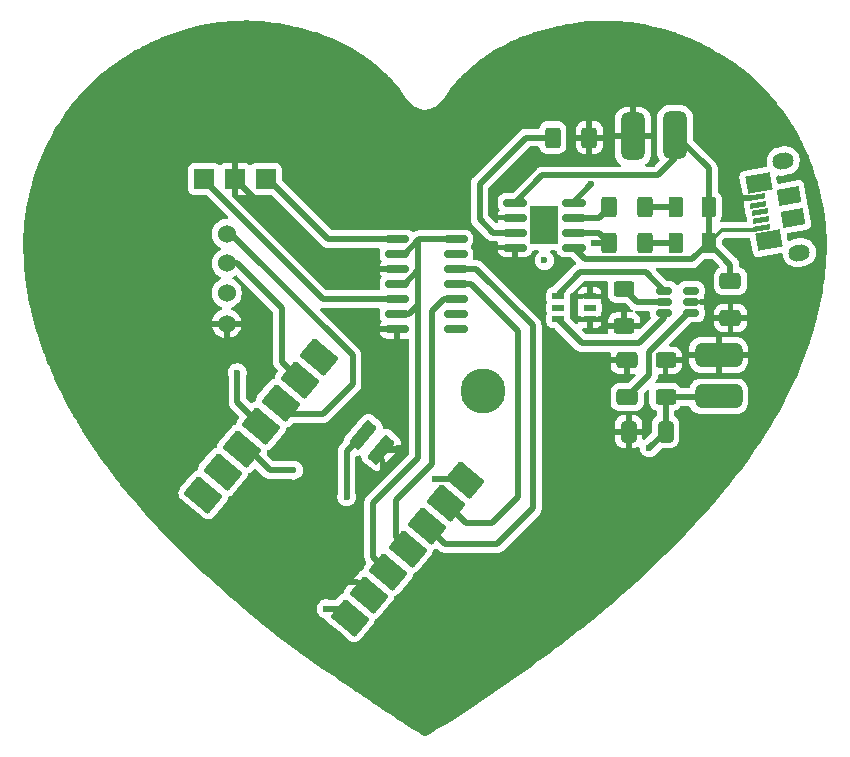
<source format=gbr>
%TF.GenerationSoftware,KiCad,Pcbnew,9.0.5*%
%TF.CreationDate,2025-11-15T18:52:14+05:30*%
%TF.ProjectId,HeartPCB_KiCad,48656172-7450-4434-925f-4b694361642e,rev?*%
%TF.SameCoordinates,Original*%
%TF.FileFunction,Copper,L2,Bot*%
%TF.FilePolarity,Positive*%
%FSLAX46Y46*%
G04 Gerber Fmt 4.6, Leading zero omitted, Abs format (unit mm)*
G04 Created by KiCad (PCBNEW 9.0.5) date 2025-11-15 18:52:14*
%MOMM*%
%LPD*%
G01*
G04 APERTURE LIST*
G04 Aperture macros list*
%AMRoundRect*
0 Rectangle with rounded corners*
0 $1 Rounding radius*
0 $2 $3 $4 $5 $6 $7 $8 $9 X,Y pos of 4 corners*
0 Add a 4 corners polygon primitive as box body*
4,1,4,$2,$3,$4,$5,$6,$7,$8,$9,$2,$3,0*
0 Add four circle primitives for the rounded corners*
1,1,$1+$1,$2,$3*
1,1,$1+$1,$4,$5*
1,1,$1+$1,$6,$7*
1,1,$1+$1,$8,$9*
0 Add four rect primitives between the rounded corners*
20,1,$1+$1,$2,$3,$4,$5,0*
20,1,$1+$1,$4,$5,$6,$7,0*
20,1,$1+$1,$6,$7,$8,$9,0*
20,1,$1+$1,$8,$9,$2,$3,0*%
%AMHorizOval*
0 Thick line with rounded ends*
0 $1 width*
0 $2 $3 position (X,Y) of the first rounded end (center of the circle)*
0 $4 $5 position (X,Y) of the second rounded end (center of the circle)*
0 Add line between two ends*
20,1,$1,$2,$3,$4,$5,0*
0 Add two circle primitives to create the rounded ends*
1,1,$1,$2,$3*
1,1,$1,$4,$5*%
%AMRotRect*
0 Rectangle, with rotation*
0 The origin of the aperture is its center*
0 $1 length*
0 $2 width*
0 $3 Rotation angle, in degrees counterclockwise*
0 Add horizontal line*
21,1,$1,$2,0,0,$3*%
G04 Aperture macros list end*
%TA.AperFunction,ComponentPad*%
%ADD10R,1.700000X1.700000*%
%TD*%
%TA.AperFunction,ComponentPad*%
%ADD11C,2.600000*%
%TD*%
%TA.AperFunction,ConnectorPad*%
%ADD12C,3.800000*%
%TD*%
%TA.AperFunction,ComponentPad*%
%ADD13C,1.524000*%
%TD*%
%TA.AperFunction,SMDPad,CuDef*%
%ADD14RoundRect,0.250000X-0.375000X-0.625000X0.375000X-0.625000X0.375000X0.625000X-0.375000X0.625000X0*%
%TD*%
%TA.AperFunction,SMDPad,CuDef*%
%ADD15RoundRect,0.500000X1.500000X-0.500000X1.500000X0.500000X-1.500000X0.500000X-1.500000X-0.500000X0*%
%TD*%
%TA.AperFunction,SMDPad,CuDef*%
%ADD16RoundRect,0.250000X0.400000X0.625000X-0.400000X0.625000X-0.400000X-0.625000X0.400000X-0.625000X0*%
%TD*%
%TA.AperFunction,SMDPad,CuDef*%
%ADD17RoundRect,0.500000X0.500000X1.500000X-0.500000X1.500000X-0.500000X-1.500000X0.500000X-1.500000X0*%
%TD*%
%TA.AperFunction,SMDPad,CuDef*%
%ADD18RoundRect,0.250000X0.650000X-0.412500X0.650000X0.412500X-0.650000X0.412500X-0.650000X-0.412500X0*%
%TD*%
%TA.AperFunction,SMDPad,CuDef*%
%ADD19RoundRect,0.250000X-0.412500X-0.650000X0.412500X-0.650000X0.412500X0.650000X-0.412500X0.650000X0*%
%TD*%
%TA.AperFunction,SMDPad,CuDef*%
%ADD20R,0.977900X0.558800*%
%TD*%
%TA.AperFunction,SMDPad,CuDef*%
%ADD21RoundRect,0.250000X-0.650000X0.412500X-0.650000X-0.412500X0.650000X-0.412500X0.650000X0.412500X0*%
%TD*%
%TA.AperFunction,SMDPad,CuDef*%
%ADD22RoundRect,0.250000X-0.400000X-0.625000X0.400000X-0.625000X0.400000X0.625000X-0.400000X0.625000X0*%
%TD*%
%TA.AperFunction,SMDPad,CuDef*%
%ADD23RoundRect,0.250000X0.625000X-0.400000X0.625000X0.400000X-0.625000X0.400000X-0.625000X-0.400000X0*%
%TD*%
%TA.AperFunction,SMDPad,CuDef*%
%ADD24RoundRect,0.250000X-0.625000X0.400000X-0.625000X-0.400000X0.625000X-0.400000X0.625000X0.400000X0*%
%TD*%
%TA.AperFunction,SMDPad,CuDef*%
%ADD25RotRect,1.380000X0.450000X190.000000*%
%TD*%
%TA.AperFunction,ComponentPad*%
%ADD26HorizOval,1.400000X-0.196962X-0.034730X0.196962X0.034730X0*%
%TD*%
%TA.AperFunction,SMDPad,CuDef*%
%ADD27RotRect,1.900000X1.375000X190.000000*%
%TD*%
%TA.AperFunction,SMDPad,CuDef*%
%ADD28RotRect,2.100000X1.475000X190.000000*%
%TD*%
%TA.AperFunction,SMDPad,CuDef*%
%ADD29RoundRect,0.200000X1.414332X-0.142440X-0.385872X1.368111X-1.414332X0.142440X0.385872X-1.368111X0*%
%TD*%
%TA.AperFunction,SMDPad,CuDef*%
%ADD30RoundRect,0.200000X-1.414332X0.142440X0.385872X-1.368111X1.414332X-0.142440X-0.385872X1.368111X0*%
%TD*%
%TA.AperFunction,SMDPad,CuDef*%
%ADD31RoundRect,0.110000X-0.395718X-1.156117X1.069837X0.590464X0.395718X1.156117X-1.069837X-0.590464X0*%
%TD*%
%TA.AperFunction,SMDPad,CuDef*%
%ADD32RoundRect,0.150000X0.825000X0.150000X-0.825000X0.150000X-0.825000X-0.150000X0.825000X-0.150000X0*%
%TD*%
%TA.AperFunction,SMDPad,CuDef*%
%ADD33RoundRect,0.150000X-0.512500X-0.150000X0.512500X-0.150000X0.512500X0.150000X-0.512500X0.150000X0*%
%TD*%
%TA.AperFunction,SMDPad,CuDef*%
%ADD34RoundRect,0.150000X-0.825000X-0.150000X0.825000X-0.150000X0.825000X0.150000X-0.825000X0.150000X0*%
%TD*%
%TA.AperFunction,HeatsinkPad*%
%ADD35R,2.410000X3.300000*%
%TD*%
%TA.AperFunction,ViaPad*%
%ADD36C,0.600000*%
%TD*%
%TA.AperFunction,Conductor*%
%ADD37C,0.500000*%
%TD*%
%TA.AperFunction,Conductor*%
%ADD38C,0.300000*%
%TD*%
G04 APERTURE END LIST*
D10*
%TO.P,GND,1,Pin_1*%
%TO.N,GND*%
X131800000Y-68100000D03*
%TD*%
D11*
%TO.P,REF\u002A\u002A,1*%
%TO.N,N/C*%
X152830000Y-86060000D03*
D12*
X152830000Y-86060000D03*
%TD*%
D10*
%TO.P,Me 2,1,Pin_1*%
%TO.N,Net-(J7-Pin_1)*%
X134400000Y-68100000D03*
%TD*%
%TO.P,Probe Me,1,Pin_1*%
%TO.N,Net-(J8-Pin_1)*%
X129200000Y-68100000D03*
%TD*%
D13*
%TO.P,Display,1,SDA*%
%TO.N,Net-(U3-D4)*%
X131100000Y-72750000D03*
%TO.P,Display,2,SCL*%
%TO.N,Net-(U3-D5)*%
X131100000Y-75250000D03*
%TO.P,Display,3,VCC*%
%TO.N,/V_BAT*%
X131100000Y-77750000D03*
%TO.P,Display,4,GND*%
%TO.N,GND*%
X131100000Y-80350000D03*
%TD*%
D14*
%TO.P,D1,1,K*%
%TO.N,Net-(D1-K)*%
X169100000Y-70500000D03*
%TO.P,D1,2,A*%
%TO.N,+5V_USB*%
X171900000Y-70500000D03*
%TD*%
D15*
%TO.P,J3,1,Pin_1*%
%TO.N,GND*%
X172750000Y-83000000D03*
%TD*%
D16*
%TO.P,R1,1*%
%TO.N,Net-(D2-K)*%
X166550000Y-73500000D03*
%TO.P,R1,2*%
%TO.N,/CHRG*%
X163450000Y-73500000D03*
%TD*%
D17*
%TO.P,J4,1,Pin_1*%
%TO.N,+5V_USB*%
X169053644Y-64365000D03*
%TD*%
D18*
%TO.P,C1,1*%
%TO.N,Net-(U2-GND)*%
X165000000Y-86562500D03*
%TO.P,C1,2*%
%TO.N,GND*%
X165000000Y-83437500D03*
%TD*%
D14*
%TO.P,D2,1,K*%
%TO.N,Net-(D2-K)*%
X169100000Y-73500000D03*
%TO.P,D2,2,A*%
%TO.N,+5V_USB*%
X171900000Y-73500000D03*
%TD*%
D19*
%TO.P,C2,1*%
%TO.N,GND*%
X165125000Y-89500000D03*
%TO.P,C2,2*%
%TO.N,/V_BAT*%
X168250000Y-89500000D03*
%TD*%
D16*
%TO.P,R2,1*%
%TO.N,Net-(D1-K)*%
X166550000Y-70500000D03*
%TO.P,R2,2*%
%TO.N,Net-(U1-~{STDBY})*%
X163450000Y-70500000D03*
%TD*%
D20*
%TO.P,Q1,1,1*%
%TO.N,GND*%
X161839850Y-78049999D03*
%TO.P,Q1,2,2*%
%TO.N,unconnected-(Q1-Pad2)*%
X161839850Y-79000000D03*
%TO.P,Q1,3,3*%
%TO.N,GND*%
X161839850Y-79950001D03*
%TO.P,Q1,4,4*%
%TO.N,Net-(U2-OD)*%
X159160150Y-79950001D03*
%TO.P,Q1,5,5*%
%TO.N,unconnected-(Q1-Pad5)*%
X159160150Y-79000000D03*
%TO.P,Q1,6,6*%
%TO.N,Net-(U2-OC)*%
X159160150Y-78049999D03*
%TD*%
D21*
%TO.P,C3,1*%
%TO.N,+5V_USB*%
X173750000Y-76750000D03*
%TO.P,C3,2*%
%TO.N,GND*%
X173750000Y-79875000D03*
%TD*%
D22*
%TO.P,R3,1*%
%TO.N,Net-(U1-PROG)*%
X158700000Y-64600000D03*
%TO.P,R3,2*%
%TO.N,GND*%
X161800000Y-64600000D03*
%TD*%
D23*
%TO.P,R5,1*%
%TO.N,GND*%
X164750000Y-80550000D03*
%TO.P,R5,2*%
%TO.N,Net-(U2-CS)*%
X164750000Y-77450000D03*
%TD*%
D15*
%TO.P,J5,1,Pin_1*%
%TO.N,/V_BAT*%
X172750000Y-86500000D03*
%TD*%
D17*
%TO.P,J6,1,Pin_1*%
%TO.N,GND*%
X165500000Y-64500000D03*
%TD*%
D24*
%TO.P,R4,1*%
%TO.N,GND*%
X168250000Y-83450000D03*
%TO.P,R4,2*%
%TO.N,/V_BAT*%
X168250000Y-86550000D03*
%TD*%
D25*
%TO.P,J1,1,VBUS*%
%TO.N,+5V_USB*%
X176459036Y-72215904D03*
%TO.P,J1,2,D-*%
%TO.N,unconnected-(J1-D--Pad2)*%
X176346165Y-71575779D03*
%TO.P,J1,3,D+*%
%TO.N,unconnected-(J1-D+-Pad3)*%
X176233293Y-70935654D03*
%TO.P,J1,4,ID*%
%TO.N,unconnected-(J1-ID-Pad4)*%
X176120422Y-70295529D03*
%TO.P,J1,5,GND*%
%TO.N,GND*%
X176007551Y-69655404D03*
D26*
%TO.P,J1,6*%
%TO.N,N/C*%
X179588033Y-74355058D03*
X178216212Y-66575077D03*
D27*
X179015764Y-71397500D03*
X178690000Y-69550000D03*
D28*
X177015520Y-73298722D03*
X176160129Y-68447559D03*
%TD*%
D29*
%TO.P,U3,1,D0*%
%TO.N,unconnected-(U3-D0-Pad1)*%
X129130400Y-94845980D03*
%TO.P,U3,2,D1*%
%TO.N,unconnected-(U3-D1-Pad2)*%
X130763080Y-92900227D03*
%TO.P,U3,3,D2*%
%TO.N,/CHRG*%
X132395761Y-90954474D03*
%TO.P,U3,4,D3*%
%TO.N,/LED_Din*%
X134028441Y-89008721D03*
%TO.P,U3,5,D4*%
%TO.N,Net-(U3-D4)*%
X135661122Y-87062968D03*
%TO.P,U3,6,D5*%
%TO.N,Net-(U3-D5)*%
X137293803Y-85117215D03*
%TO.P,U3,7,D6*%
%TO.N,unconnected-(U3-D6-Pad7)*%
X138926483Y-83171462D03*
D30*
%TO.P,U3,8,D7*%
%TO.N,Net-(U3-D7)*%
X151309591Y-93562124D03*
%TO.P,U3,9,D8*%
%TO.N,Net-(U3-D8)*%
X149676911Y-95507877D03*
%TO.P,U3,10,D9*%
%TO.N,Net-(U3-D9)*%
X148044230Y-97453630D03*
%TO.P,U3,11,D10*%
%TO.N,Net-(U3-D10)*%
X146411550Y-99399383D03*
%TO.P,U3,12,3V3*%
%TO.N,Net-(U3-3V3)*%
X144778869Y-101345136D03*
%TO.P,U3,13,GND*%
%TO.N,GND*%
X143146189Y-103290889D03*
%TO.P,U3,14,5V*%
%TO.N,/V_BAT*%
X141513508Y-105236641D03*
D31*
%TO.P,U3,29,BAT+*%
X142651698Y-89750338D03*
%TO.P,U3,30,BAT-*%
%TO.N,GND*%
X144183787Y-91035913D03*
%TD*%
D32*
%TO.P,U5,1,Vdd*%
%TO.N,Net-(U3-3V3)*%
X150475000Y-73190000D03*
%TO.P,U5,2,NC*%
%TO.N,unconnected-(U5-NC-Pad2)*%
X150475000Y-74460000D03*
%TO.P,U5,3,~{CS}*%
%TO.N,Net-(U3-D9)*%
X150475000Y-75730000D03*
%TO.P,U5,4,SCK*%
%TO.N,Net-(U3-D8)*%
X150475000Y-77000000D03*
%TO.P,U5,5,SDI*%
%TO.N,Net-(U3-D10)*%
X150475000Y-78270000D03*
%TO.P,U5,6,NC*%
%TO.N,unconnected-(U5-NC-Pad6)*%
X150475000Y-79540000D03*
%TO.P,U5,7,NC*%
%TO.N,unconnected-(U5-NC-Pad7)*%
X150475000Y-80810000D03*
%TO.P,U5,8,~{LDAC}*%
%TO.N,GND*%
X145525000Y-80810000D03*
%TO.P,U5,9,~{SHDN}*%
%TO.N,Net-(U3-3V3)*%
X145525000Y-79540000D03*
%TO.P,U5,10,VB*%
%TO.N,Net-(J8-Pin_1)*%
X145525000Y-78270000D03*
%TO.P,U5,11,VrefB*%
%TO.N,Net-(U3-3V3)*%
X145525000Y-77000000D03*
%TO.P,U5,12,Vss*%
%TO.N,GND*%
X145525000Y-75730000D03*
%TO.P,U5,13,VrefA*%
%TO.N,Net-(U3-3V3)*%
X145525000Y-74460000D03*
%TO.P,U5,14,VA*%
%TO.N,Net-(J7-Pin_1)*%
X145525000Y-73190000D03*
%TD*%
D33*
%TO.P,U2,1,OD*%
%TO.N,Net-(U2-OD)*%
X168112500Y-79450000D03*
%TO.P,U2,2,CS*%
%TO.N,Net-(U2-CS)*%
X168112500Y-78500000D03*
%TO.P,U2,3,OC*%
%TO.N,Net-(U2-OC)*%
X168112500Y-77550000D03*
%TO.P,U2,4,TD*%
%TO.N,unconnected-(U2-TD-Pad4)*%
X170387500Y-77550000D03*
%TO.P,U2,5,VCC*%
%TO.N,GND*%
X170387500Y-78500000D03*
%TO.P,U2,6,GND*%
%TO.N,Net-(U2-GND)*%
X170387500Y-79450000D03*
%TD*%
D34*
%TO.P,U1,1,TEMP*%
%TO.N,GND*%
X155525000Y-73905000D03*
%TO.P,U1,2,PROG*%
%TO.N,Net-(U1-PROG)*%
X155525000Y-72635000D03*
%TO.P,U1,3,GND*%
%TO.N,GND*%
X155525000Y-71365000D03*
%TO.P,U1,4,V_{CC}*%
%TO.N,+5V_USB*%
X155525000Y-70095000D03*
%TO.P,U1,5,BAT*%
%TO.N,/V_BAT*%
X160475000Y-70095000D03*
%TO.P,U1,6,~{STDBY}*%
%TO.N,Net-(U1-~{STDBY})*%
X160475000Y-71365000D03*
%TO.P,U1,7,~{CHRG}*%
%TO.N,/CHRG*%
X160475000Y-72635000D03*
%TO.P,U1,8,CE*%
%TO.N,+5V_USB*%
X160475000Y-73905000D03*
D35*
%TO.P,U1,9,EPAD*%
%TO.N,unconnected-(U1-EPAD-Pad9)_1*%
X158000000Y-72000000D03*
%TD*%
D36*
%TO.N,GND*%
X164750000Y-79000000D03*
X141000000Y-102250000D03*
X146250000Y-91250000D03*
X174000000Y-70500000D03*
%TO.N,/V_BAT*%
X161950000Y-68550000D03*
X141250000Y-95000000D03*
X166875000Y-90875000D03*
X139500000Y-104500000D03*
%TO.N,/LED_Din*%
X132000000Y-84500000D03*
%TO.N,/CHRG*%
X162200000Y-73500000D03*
X136750000Y-92750000D03*
%TO.N,Net-(U3-D7)*%
X148750000Y-93500000D03*
%TO.N,unconnected-(U1-EPAD-Pad9)*%
X158000000Y-75000000D03*
%TD*%
D37*
%TO.N,GND*%
X164750000Y-79000000D02*
X164750000Y-80550000D01*
X174000000Y-70500000D02*
X174765815Y-69734185D01*
X145525000Y-75730000D02*
X139480000Y-75730000D01*
X141000000Y-102250000D02*
X142105300Y-102250000D01*
X146035913Y-91035913D02*
X146250000Y-91250000D01*
X174765815Y-69734185D02*
X175326839Y-69734185D01*
X139480000Y-75730000D02*
X132000000Y-68250000D01*
X142105300Y-102250000D02*
X143146189Y-103290889D01*
X144183787Y-91035913D02*
X146035913Y-91035913D01*
%TO.N,Net-(U2-GND)*%
X166870000Y-84692500D02*
X166870000Y-82730342D01*
X166870000Y-82730342D02*
X170150342Y-79450000D01*
X165000000Y-86562500D02*
X166870000Y-84692500D01*
X170150342Y-79450000D02*
X170387500Y-79450000D01*
%TO.N,/V_BAT*%
X168250000Y-86550000D02*
X172700000Y-86550000D01*
X141250000Y-91152036D02*
X142651698Y-89750338D01*
X172700000Y-86550000D02*
X172750000Y-86500000D01*
X139500000Y-104500000D02*
X140776867Y-104500000D01*
X168250000Y-89500000D02*
X168250000Y-86550000D01*
X161950000Y-68550000D02*
X160475000Y-70025000D01*
X141250000Y-95000000D02*
X141250000Y-91152036D01*
X140776867Y-104500000D02*
X141513508Y-105236641D01*
X160475000Y-70025000D02*
X160475000Y-70095000D01*
X166875000Y-90875000D02*
X168250000Y-89500000D01*
%TO.N,+5V_USB*%
X167618644Y-67800000D02*
X169053644Y-66365000D01*
X160475000Y-73905000D02*
X161450000Y-74880000D01*
D38*
X171900000Y-73500000D02*
X172990189Y-72409811D01*
D37*
X170520000Y-74880000D02*
X171900000Y-73500000D01*
X157820000Y-67800000D02*
X167618644Y-67800000D01*
X171900000Y-70500000D02*
X171900000Y-67211356D01*
D38*
X175660951Y-72409811D02*
X175773584Y-72297178D01*
D37*
X173750000Y-76750000D02*
X173750000Y-75350000D01*
X171900000Y-70500000D02*
X171900000Y-73500000D01*
X171900000Y-67211356D02*
X169053644Y-64365000D01*
D38*
X172990189Y-72409811D02*
X175660951Y-72409811D01*
D37*
X155525000Y-70095000D02*
X157820000Y-67800000D01*
X173750000Y-75350000D02*
X171900000Y-73500000D01*
X169053644Y-66365000D02*
X169053644Y-64365000D01*
X161450000Y-74880000D02*
X170520000Y-74880000D01*
%TO.N,Net-(J7-Pin_1)*%
X139690000Y-73190000D02*
X134750000Y-68250000D01*
X145525000Y-73190000D02*
X139690000Y-73190000D01*
%TO.N,Net-(J8-Pin_1)*%
X145525000Y-78270000D02*
X139270000Y-78270000D01*
X139270000Y-78270000D02*
X129250000Y-68250000D01*
%TO.N,/LED_Din*%
X132000000Y-86980280D02*
X134028441Y-89008721D01*
X132000000Y-84500000D02*
X132000000Y-86980280D01*
%TO.N,Net-(U2-OC)*%
X166562500Y-76000000D02*
X161000000Y-76000000D01*
X168112500Y-77550000D02*
X166562500Y-76000000D01*
X159200001Y-78010148D02*
X159160150Y-78049999D01*
X161000000Y-76000000D02*
X159200001Y-77799999D01*
X159200001Y-77799999D02*
X159200001Y-78010148D01*
%TO.N,Net-(U2-OD)*%
X168112500Y-79450000D02*
X168112500Y-79887500D01*
X161210149Y-82000000D02*
X159160150Y-79950001D01*
X168112500Y-79887500D02*
X166000000Y-82000000D01*
X166000000Y-82000000D02*
X161210149Y-82000000D01*
%TO.N,/CHRG*%
X132954474Y-90954474D02*
X132395761Y-90954474D01*
X134750000Y-92750000D02*
X132954474Y-90954474D01*
X162585000Y-72635000D02*
X160475000Y-72635000D01*
X136750000Y-92750000D02*
X134750000Y-92750000D01*
X162200000Y-73500000D02*
X163450000Y-73500000D01*
X163450000Y-73500000D02*
X162585000Y-72635000D01*
%TO.N,Net-(U1-~{STDBY})*%
X162585000Y-71365000D02*
X160475000Y-71365000D01*
X163450000Y-70500000D02*
X162585000Y-71365000D01*
%TO.N,Net-(U1-PROG)*%
X155525000Y-72635000D02*
X153635000Y-72635000D01*
X153635000Y-72635000D02*
X152500000Y-71500000D01*
X152500000Y-71500000D02*
X152500000Y-68500000D01*
X152500000Y-68500000D02*
X156400000Y-64600000D01*
X156400000Y-64600000D02*
X158700000Y-64600000D01*
%TO.N,Net-(U2-CS)*%
X165800000Y-78500000D02*
X164750000Y-77450000D01*
X168112500Y-78500000D02*
X165800000Y-78500000D01*
%TO.N,Net-(U3-D7)*%
X151247467Y-93500000D02*
X151309591Y-93562124D01*
X148750000Y-93500000D02*
X151247467Y-93500000D01*
%TO.N,Net-(U3-D9)*%
X150475000Y-75730000D02*
X152230000Y-75730000D01*
X154000000Y-99000000D02*
X149590600Y-99000000D01*
X149590600Y-99000000D02*
X148044230Y-97453630D01*
X157000000Y-96000000D02*
X154000000Y-99000000D01*
X152230000Y-75730000D02*
X157000000Y-80500000D01*
X157000000Y-80500000D02*
X157000000Y-96000000D01*
%TO.N,Net-(U3-D10)*%
X149500001Y-78270000D02*
X148500000Y-79270001D01*
X145435564Y-98423397D02*
X146411550Y-99399383D01*
X148500000Y-79270001D02*
X148500000Y-92250000D01*
X145435564Y-95314436D02*
X145435564Y-98423397D01*
X148500000Y-92250000D02*
X145435564Y-95314436D01*
X150475000Y-78270000D02*
X149500001Y-78270000D01*
%TO.N,Net-(U3-D8)*%
X155750000Y-95000000D02*
X153550000Y-97200000D01*
X155800000Y-84600000D02*
X155750000Y-84650000D01*
X155800000Y-81000000D02*
X155800000Y-84600000D01*
X150475000Y-77000000D02*
X151800000Y-77000000D01*
X151369034Y-97200000D02*
X149676911Y-95507877D01*
X151800000Y-77000000D02*
X155800000Y-81000000D01*
X153550000Y-97200000D02*
X151369034Y-97200000D01*
X155750000Y-84650000D02*
X155750000Y-95000000D01*
%TO.N,Net-(U3-3V3)*%
X146499999Y-79540000D02*
X147310233Y-78729766D01*
X146160466Y-74460000D02*
X145525000Y-74460000D01*
X147310233Y-78500000D02*
X147310233Y-75850233D01*
X145525000Y-77000000D02*
X146160466Y-77000000D01*
X147430466Y-73190000D02*
X147310233Y-73310233D01*
X145525000Y-79540000D02*
X146499999Y-79540000D01*
X147310233Y-75850233D02*
X147310233Y-73310233D01*
X150475000Y-73190000D02*
X147430466Y-73190000D01*
X147310233Y-78500000D02*
X147310233Y-91689767D01*
X146160466Y-77000000D02*
X147310233Y-75850233D01*
X147310233Y-73310233D02*
X146160466Y-74460000D01*
X143500000Y-95500000D02*
X143500000Y-100066267D01*
X143500000Y-100066267D02*
X144778869Y-101345136D01*
X147310233Y-78729766D02*
X147310233Y-78500000D01*
X147310233Y-91689767D02*
X143500000Y-95500000D01*
%TO.N,Net-(U3-D5)*%
X131100000Y-75250000D02*
X132000000Y-75250000D01*
X135750000Y-83573412D02*
X137293803Y-85117215D01*
X135750000Y-79000000D02*
X135750000Y-83573412D01*
X132000000Y-75250000D02*
X135750000Y-79000000D01*
%TO.N,Net-(U3-D4)*%
X141750000Y-85500000D02*
X139211046Y-88038954D01*
X131500000Y-72750000D02*
X141750000Y-83000000D01*
X139211046Y-88038954D02*
X136637108Y-88038954D01*
X141750000Y-83000000D02*
X141750000Y-85500000D01*
X131100000Y-72750000D02*
X131500000Y-72750000D01*
X136637108Y-88038954D02*
X135661122Y-87062968D01*
%TO.N,Net-(D1-K)*%
X169100000Y-70500000D02*
X166550000Y-70500000D01*
%TO.N,Net-(D2-K)*%
X166550000Y-73500000D02*
X169100000Y-73500000D01*
%TD*%
%TA.AperFunction,Conductor*%
%TO.N,GND*%
G36*
X132050000Y-69450000D02*
G01*
X132697828Y-69450000D01*
X132697844Y-69449999D01*
X132757372Y-69443598D01*
X132757379Y-69443596D01*
X132892086Y-69393354D01*
X132892093Y-69393350D01*
X133007187Y-69307190D01*
X133011962Y-69302416D01*
X133073285Y-69268931D01*
X133142977Y-69273915D01*
X133187324Y-69302416D01*
X133192455Y-69307547D01*
X133307664Y-69393793D01*
X133307671Y-69393797D01*
X133442517Y-69444091D01*
X133442516Y-69444091D01*
X133449444Y-69444835D01*
X133502127Y-69450500D01*
X134837769Y-69450499D01*
X134904808Y-69470184D01*
X134925450Y-69486818D01*
X139211578Y-73772947D01*
X139211581Y-73772950D01*
X139211584Y-73772952D01*
X139273199Y-73814121D01*
X139334505Y-73855084D01*
X139414165Y-73888080D01*
X139462586Y-73908137D01*
X139471087Y-73911658D01*
X139471091Y-73911658D01*
X139471092Y-73911659D01*
X139616079Y-73940500D01*
X139616082Y-73940500D01*
X139616083Y-73940500D01*
X139763917Y-73940500D01*
X143964800Y-73940500D01*
X144031839Y-73960185D01*
X144077594Y-74012989D01*
X144087538Y-74082147D01*
X144083876Y-74099095D01*
X144052402Y-74207426D01*
X144052401Y-74207432D01*
X144049500Y-74244298D01*
X144049500Y-74675701D01*
X144052401Y-74712567D01*
X144052402Y-74712573D01*
X144098254Y-74870393D01*
X144098255Y-74870396D01*
X144098256Y-74870398D01*
X144128275Y-74921158D01*
X144181917Y-75011862D01*
X144186702Y-75018031D01*
X144184369Y-75019840D01*
X144211210Y-75068995D01*
X144206226Y-75138687D01*
X144185470Y-75171021D01*
X144187097Y-75172283D01*
X144182313Y-75178449D01*
X144098718Y-75319801D01*
X144052899Y-75477513D01*
X144052704Y-75479998D01*
X144052705Y-75480000D01*
X145401000Y-75480000D01*
X145468039Y-75499685D01*
X145513794Y-75552489D01*
X145525000Y-75604000D01*
X145525000Y-75856000D01*
X145505315Y-75923039D01*
X145452511Y-75968794D01*
X145401000Y-75980000D01*
X144052705Y-75980000D01*
X144052704Y-75980001D01*
X144052899Y-75982486D01*
X144098718Y-76140198D01*
X144182314Y-76281552D01*
X144187100Y-76287722D01*
X144184640Y-76289629D01*
X144211210Y-76338288D01*
X144206226Y-76407980D01*
X144185162Y-76440781D01*
X144186699Y-76441974D01*
X144181915Y-76448140D01*
X144098255Y-76589603D01*
X144098254Y-76589606D01*
X144052402Y-76747426D01*
X144052401Y-76747432D01*
X144049500Y-76784298D01*
X144049500Y-77215701D01*
X144052401Y-77252567D01*
X144052402Y-77252573D01*
X144083876Y-77360905D01*
X144083677Y-77430775D01*
X144045735Y-77489445D01*
X143982096Y-77518288D01*
X143964800Y-77519500D01*
X139632230Y-77519500D01*
X139565191Y-77499815D01*
X139544549Y-77483181D01*
X131586319Y-69524951D01*
X131552834Y-69463628D01*
X131550000Y-69437270D01*
X131550000Y-68533012D01*
X131607007Y-68565925D01*
X131734174Y-68600000D01*
X131865826Y-68600000D01*
X131992993Y-68565925D01*
X132050000Y-68533012D01*
X132050000Y-69450000D01*
G37*
%TD.AperFunction*%
%TA.AperFunction,Conductor*%
G36*
X163330091Y-76770185D02*
G01*
X163375846Y-76822989D01*
X163385546Y-76890453D01*
X163385689Y-76890468D01*
X163385630Y-76891038D01*
X163385790Y-76892147D01*
X163385154Y-76895701D01*
X163374500Y-76999983D01*
X163374500Y-77900001D01*
X163374501Y-77900019D01*
X163385000Y-78002796D01*
X163385001Y-78002799D01*
X163413088Y-78087558D01*
X163440186Y-78169334D01*
X163532288Y-78318656D01*
X163656344Y-78442712D01*
X163805666Y-78534814D01*
X163972203Y-78589999D01*
X164074991Y-78600500D01*
X164787770Y-78600499D01*
X164854809Y-78620183D01*
X164875451Y-78636818D01*
X165217049Y-78978416D01*
X165270795Y-79032162D01*
X165321585Y-79082952D01*
X165431580Y-79156448D01*
X165444505Y-79165084D01*
X165444508Y-79165085D01*
X165447414Y-79166639D01*
X165448654Y-79167856D01*
X165449570Y-79168469D01*
X165449453Y-79168642D01*
X165497261Y-79215599D01*
X165512724Y-79283736D01*
X165488896Y-79349417D01*
X165433340Y-79391788D01*
X165388966Y-79400000D01*
X165000000Y-79400000D01*
X165000000Y-80300000D01*
X166124999Y-80300000D01*
X166124999Y-80100028D01*
X166124998Y-80100013D01*
X166114505Y-79997302D01*
X166059358Y-79830880D01*
X166059356Y-79830875D01*
X165967315Y-79681654D01*
X165843345Y-79557684D01*
X165717462Y-79480039D01*
X165670738Y-79428091D01*
X165659515Y-79359128D01*
X165687359Y-79295046D01*
X165745427Y-79256190D01*
X165782559Y-79250500D01*
X166825500Y-79250500D01*
X166892539Y-79270185D01*
X166938294Y-79322989D01*
X166949500Y-79374500D01*
X166949500Y-79665701D01*
X166952401Y-79702565D01*
X166952402Y-79702567D01*
X166952402Y-79702569D01*
X166957160Y-79718947D01*
X166995801Y-79851949D01*
X166995601Y-79921819D01*
X166964405Y-79974225D01*
X166174949Y-80763681D01*
X166113626Y-80797166D01*
X166087268Y-80800000D01*
X163375001Y-80800000D01*
X163375001Y-80999986D01*
X163386182Y-81109431D01*
X163384063Y-81109647D01*
X163379601Y-81169224D01*
X163337542Y-81225016D01*
X163271996Y-81249213D01*
X163263566Y-81249500D01*
X161572378Y-81249500D01*
X161505339Y-81229815D01*
X161484697Y-81213181D01*
X161212598Y-80941082D01*
X161179113Y-80879759D01*
X161184097Y-80810067D01*
X161225969Y-80754134D01*
X161291433Y-80729717D01*
X161300279Y-80729401D01*
X161589850Y-80729401D01*
X162089850Y-80729401D01*
X162376628Y-80729401D01*
X162376644Y-80729400D01*
X162436172Y-80722999D01*
X162436179Y-80722997D01*
X162570886Y-80672755D01*
X162570893Y-80672751D01*
X162685987Y-80586591D01*
X162685990Y-80586588D01*
X162772150Y-80471494D01*
X162772154Y-80471487D01*
X162822396Y-80336780D01*
X162822398Y-80336773D01*
X162828799Y-80277245D01*
X162828800Y-80277228D01*
X162828800Y-80200001D01*
X162089850Y-80200001D01*
X162089850Y-80729401D01*
X161589850Y-80729401D01*
X161589850Y-80200001D01*
X160850900Y-80200001D01*
X160850900Y-80280021D01*
X160831215Y-80347060D01*
X160778411Y-80392815D01*
X160709253Y-80402759D01*
X160645697Y-80373734D01*
X160639219Y-80367702D01*
X160371530Y-80100013D01*
X163375000Y-80100013D01*
X163375000Y-80300000D01*
X164500000Y-80300000D01*
X164500000Y-79400000D01*
X164075028Y-79400000D01*
X164075012Y-79400001D01*
X163972302Y-79410494D01*
X163805880Y-79465641D01*
X163805875Y-79465643D01*
X163656654Y-79557684D01*
X163532684Y-79681654D01*
X163440643Y-79830875D01*
X163440641Y-79830880D01*
X163385494Y-79997302D01*
X163385493Y-79997309D01*
X163375000Y-80100013D01*
X160371530Y-80100013D01*
X160185918Y-79914401D01*
X160152433Y-79853078D01*
X160149599Y-79826720D01*
X160149599Y-79622730D01*
X160149598Y-79622724D01*
X160143191Y-79563119D01*
X160143191Y-79563118D01*
X160126486Y-79518332D01*
X160121503Y-79448642D01*
X160126484Y-79431675D01*
X160143191Y-79386883D01*
X160149600Y-79327273D01*
X160149599Y-78672728D01*
X160149599Y-78672727D01*
X160850400Y-78672727D01*
X160850400Y-78672734D01*
X160850400Y-78672735D01*
X160850400Y-79327270D01*
X160850401Y-79327276D01*
X160856809Y-79386884D01*
X160873778Y-79432382D01*
X160878762Y-79502074D01*
X160873779Y-79519045D01*
X160857303Y-79563221D01*
X160857301Y-79563228D01*
X160850900Y-79622756D01*
X160850900Y-79700001D01*
X161036313Y-79700001D01*
X161103352Y-79719686D01*
X161107815Y-79722784D01*
X161108570Y-79723197D01*
X161183055Y-79750977D01*
X161243417Y-79773491D01*
X161303027Y-79779900D01*
X162376672Y-79779899D01*
X162436283Y-79773491D01*
X162483981Y-79755701D01*
X162571129Y-79723197D01*
X162578912Y-79718947D01*
X162579873Y-79720707D01*
X162634539Y-79700317D01*
X162643387Y-79700001D01*
X162828800Y-79700001D01*
X162828800Y-79622773D01*
X162828799Y-79622756D01*
X162822398Y-79563228D01*
X162805920Y-79519048D01*
X162800936Y-79449356D01*
X162805916Y-79432392D01*
X162822891Y-79386883D01*
X162829300Y-79327273D01*
X162829299Y-78672728D01*
X162822891Y-78613117D01*
X162805919Y-78567614D01*
X162800936Y-78497925D01*
X162805921Y-78480947D01*
X162822398Y-78436771D01*
X162828799Y-78377243D01*
X162828800Y-78377226D01*
X162828800Y-78299999D01*
X162643387Y-78299999D01*
X162576348Y-78280314D01*
X162571884Y-78277215D01*
X162571129Y-78276802D01*
X162436282Y-78226508D01*
X162436283Y-78226508D01*
X162376683Y-78220101D01*
X162376681Y-78220100D01*
X162376673Y-78220100D01*
X162376665Y-78220100D01*
X161303029Y-78220100D01*
X161303023Y-78220101D01*
X161243416Y-78226508D01*
X161108570Y-78276802D01*
X161100788Y-78281053D01*
X161099826Y-78279292D01*
X161045161Y-78299683D01*
X161036313Y-78299999D01*
X160850900Y-78299999D01*
X160850900Y-78377243D01*
X160857301Y-78436771D01*
X160857303Y-78436781D01*
X160873778Y-78480952D01*
X160878762Y-78550643D01*
X160873779Y-78567615D01*
X160856811Y-78613111D01*
X160856809Y-78613117D01*
X160850400Y-78672727D01*
X160149599Y-78672727D01*
X160143191Y-78613117D01*
X160126486Y-78568331D01*
X160121503Y-78498641D01*
X160126484Y-78481674D01*
X160143191Y-78436882D01*
X160149600Y-78377272D01*
X160149599Y-77963128D01*
X160169283Y-77896090D01*
X160185913Y-77875453D01*
X160338612Y-77722754D01*
X160850900Y-77722754D01*
X160850900Y-77799999D01*
X161589850Y-77799999D01*
X162089850Y-77799999D01*
X162828800Y-77799999D01*
X162828800Y-77722771D01*
X162828799Y-77722754D01*
X162822398Y-77663226D01*
X162822396Y-77663219D01*
X162772154Y-77528512D01*
X162772150Y-77528505D01*
X162685990Y-77413411D01*
X162685987Y-77413408D01*
X162570893Y-77327248D01*
X162570886Y-77327244D01*
X162436179Y-77277002D01*
X162436172Y-77277000D01*
X162376644Y-77270599D01*
X162089850Y-77270599D01*
X162089850Y-77799999D01*
X161589850Y-77799999D01*
X161589850Y-77270599D01*
X161303055Y-77270599D01*
X161243527Y-77277000D01*
X161243520Y-77277002D01*
X161108813Y-77327244D01*
X161108811Y-77327245D01*
X161013479Y-77398611D01*
X160978911Y-77433178D01*
X160907547Y-77528509D01*
X160907545Y-77528512D01*
X160857303Y-77663219D01*
X160857301Y-77663226D01*
X160850900Y-77722754D01*
X160338612Y-77722754D01*
X161274549Y-76786819D01*
X161335872Y-76753334D01*
X161362230Y-76750500D01*
X163263052Y-76750500D01*
X163330091Y-76770185D01*
G37*
%TD.AperFunction*%
%TA.AperFunction,Conductor*%
G36*
X132724502Y-54683067D02*
G01*
X133286621Y-54695782D01*
X133289340Y-54695873D01*
X133656248Y-54712320D01*
X133660746Y-54712605D01*
X134201869Y-54756743D01*
X134204471Y-54756984D01*
X134556268Y-54793252D01*
X134560266Y-54793731D01*
X135075929Y-54864259D01*
X135078114Y-54864578D01*
X135413207Y-54916634D01*
X135416361Y-54917167D01*
X135906046Y-55006604D01*
X135907690Y-55006916D01*
X136226615Y-55069710D01*
X136228888Y-55070180D01*
X136695451Y-55171416D01*
X136696627Y-55171677D01*
X136800155Y-55195215D01*
X137001586Y-55241011D01*
X137003375Y-55241431D01*
X137041604Y-55250723D01*
X137453041Y-55350727D01*
X137454122Y-55350995D01*
X137749330Y-55425564D01*
X137751413Y-55426109D01*
X138193082Y-55546037D01*
X138194576Y-55546454D01*
X138486470Y-55629842D01*
X138489701Y-55630813D01*
X138707972Y-55699696D01*
X138935672Y-55771555D01*
X138937963Y-55772302D01*
X139235404Y-55872566D01*
X139239686Y-55874098D01*
X139702479Y-56049248D01*
X139705148Y-56050294D01*
X140016104Y-56176427D01*
X140020664Y-56178385D01*
X140495577Y-56393765D01*
X140506633Y-56398779D01*
X140509327Y-56400039D01*
X140828666Y-56554234D01*
X140835677Y-56557619D01*
X140839944Y-56559781D01*
X141190315Y-56745984D01*
X141342662Y-56826948D01*
X141345060Y-56828257D01*
X141678521Y-57015010D01*
X141682211Y-57017162D01*
X142178250Y-57318048D01*
X142180196Y-57319255D01*
X142501193Y-57522854D01*
X142504536Y-57525052D01*
X142667641Y-57636147D01*
X142959208Y-57834741D01*
X142961234Y-57836151D01*
X143245675Y-58038295D01*
X143249107Y-58040823D01*
X143630246Y-58331984D01*
X143632323Y-58333607D01*
X143806879Y-58473184D01*
X143861547Y-58516897D01*
X143865287Y-58520009D01*
X144156372Y-58772104D01*
X144158652Y-58774129D01*
X144283655Y-58887887D01*
X144328835Y-58929002D01*
X144332159Y-58932141D01*
X144496820Y-59093491D01*
X144547309Y-59142965D01*
X144548759Y-59144409D01*
X144678717Y-59276028D01*
X144679660Y-59276993D01*
X144686143Y-59283703D01*
X144686144Y-59283705D01*
X144713659Y-59312186D01*
X144713682Y-59312230D01*
X144713692Y-59312220D01*
X144741501Y-59341027D01*
X144750224Y-59350063D01*
X144750371Y-59350186D01*
X144835564Y-59438371D01*
X144835623Y-59438518D01*
X144863035Y-59466806D01*
X144863167Y-59466943D01*
X144863168Y-59466944D01*
X144899054Y-59504090D01*
X144899677Y-59504618D01*
X144923032Y-59528719D01*
X144956170Y-59562916D01*
X144956327Y-59563307D01*
X144983795Y-59591424D01*
X144984049Y-59591686D01*
X145019083Y-59627839D01*
X145020421Y-59628969D01*
X145063895Y-59673625D01*
X145166555Y-59779077D01*
X145167037Y-59779574D01*
X145286349Y-59903694D01*
X145289640Y-59907257D01*
X145443972Y-60081002D01*
X145467668Y-60107678D01*
X145470873Y-60111434D01*
X145569691Y-60232048D01*
X145580360Y-60245070D01*
X145586207Y-60252805D01*
X145748298Y-60485716D01*
X145750841Y-60489519D01*
X145861434Y-60661806D01*
X145861493Y-60662005D01*
X145861542Y-60661974D01*
X146024026Y-60916001D01*
X146031834Y-60930689D01*
X146032762Y-60932032D01*
X146053257Y-60961700D01*
X146072827Y-60992295D01*
X146075847Y-60994401D01*
X146084079Y-61006317D01*
X146170770Y-61131808D01*
X146179662Y-61146844D01*
X146181792Y-61151105D01*
X146181793Y-61151108D01*
X146181794Y-61151109D01*
X146198434Y-61172555D01*
X146202009Y-61177401D01*
X146209126Y-61187556D01*
X146210121Y-61190562D01*
X146216039Y-61197419D01*
X146219629Y-61202541D01*
X146219669Y-61202661D01*
X146220105Y-61203225D01*
X146222352Y-61206477D01*
X146222355Y-61206479D01*
X146225773Y-61209793D01*
X146237415Y-61222792D01*
X146254007Y-61244175D01*
X146254009Y-61244176D01*
X146256732Y-61246538D01*
X146269349Y-61259187D01*
X146465098Y-61485994D01*
X146468165Y-61493325D01*
X146490988Y-61515991D01*
X146494278Y-61519803D01*
X146512021Y-61540362D01*
X146521648Y-61547870D01*
X146520793Y-61548965D01*
X146533133Y-61557847D01*
X146681954Y-61705645D01*
X146688012Y-61716341D01*
X146710026Y-61733525D01*
X146729833Y-61753195D01*
X146729834Y-61753195D01*
X146729835Y-61753196D01*
X146738971Y-61759254D01*
X146754652Y-61768358D01*
X146783645Y-61790989D01*
X146794305Y-61802328D01*
X146795041Y-61801575D01*
X146803776Y-61810101D01*
X146803777Y-61810101D01*
X146803778Y-61810103D01*
X146825533Y-61824262D01*
X146834173Y-61830428D01*
X146845122Y-61838975D01*
X146854648Y-61846411D01*
X146865554Y-61851901D01*
X146865080Y-61852842D01*
X146879271Y-61859240D01*
X146887354Y-61864501D01*
X147068832Y-61982622D01*
X147076310Y-61991286D01*
X147101985Y-62004202D01*
X147107751Y-62007955D01*
X147107757Y-62007958D01*
X147126090Y-62019890D01*
X147137429Y-62024427D01*
X147137359Y-62024600D01*
X147153048Y-62029889D01*
X147351728Y-62129834D01*
X147368066Y-62142448D01*
X147387015Y-62147585D01*
X147404551Y-62156407D01*
X147413267Y-62157047D01*
X147436613Y-62161033D01*
X147530056Y-62186368D01*
X147537218Y-62191009D01*
X147568298Y-62196737D01*
X147598804Y-62205008D01*
X147598806Y-62205007D01*
X147598807Y-62205008D01*
X147610991Y-62205843D01*
X147610923Y-62206824D01*
X147626329Y-62207431D01*
X147657675Y-62213208D01*
X147671904Y-62218326D01*
X147672361Y-62216870D01*
X147684011Y-62220521D01*
X147684016Y-62220524D01*
X147711604Y-62223499D01*
X147720754Y-62224834D01*
X147748051Y-62229865D01*
X147748056Y-62229863D01*
X147760269Y-62229692D01*
X147760286Y-62230913D01*
X147775388Y-62230379D01*
X147829746Y-62236242D01*
X147851329Y-62240535D01*
X147861850Y-62243621D01*
X147880000Y-62241663D01*
X147898151Y-62243621D01*
X147919271Y-62237427D01*
X147984609Y-62230379D01*
X147999710Y-62231176D01*
X147999731Y-62229692D01*
X148011941Y-62229863D01*
X148011946Y-62229865D01*
X148043788Y-62223996D01*
X148075982Y-62220524D01*
X148082775Y-62216811D01*
X148134029Y-62207364D01*
X148149541Y-62206927D01*
X148149465Y-62205840D01*
X148161643Y-62204977D01*
X148161644Y-62204976D01*
X148161647Y-62204977D01*
X148186935Y-62198058D01*
X148191917Y-62196695D01*
X148222772Y-62191010D01*
X148230128Y-62186243D01*
X148248691Y-62181165D01*
X148248692Y-62181165D01*
X148332169Y-62158329D01*
X148354981Y-62154330D01*
X148364399Y-62153576D01*
X148381488Y-62144837D01*
X148399998Y-62139774D01*
X148416650Y-62126857D01*
X148620052Y-62022847D01*
X148635716Y-62017450D01*
X148635648Y-62017282D01*
X148646952Y-62012669D01*
X148646956Y-62012669D01*
X148670937Y-61996829D01*
X148696523Y-61983746D01*
X148703951Y-61975022D01*
X148893961Y-61849518D01*
X148908126Y-61843015D01*
X148907657Y-61842099D01*
X148918520Y-61836526D01*
X148918527Y-61836525D01*
X148938780Y-61820471D01*
X148947455Y-61814186D01*
X148969020Y-61799943D01*
X148969022Y-61799940D01*
X148977699Y-61791355D01*
X148978308Y-61791971D01*
X148989021Y-61780648D01*
X149023629Y-61753217D01*
X149039783Y-61743666D01*
X149048385Y-61737854D01*
X149048388Y-61737853D01*
X149067948Y-61718090D01*
X149089740Y-61700818D01*
X149095773Y-61689978D01*
X149246724Y-61537465D01*
X149258976Y-61528500D01*
X149258098Y-61527392D01*
X149267666Y-61519803D01*
X149267668Y-61519801D01*
X149288521Y-61495237D01*
X149311190Y-61472335D01*
X149314176Y-61465019D01*
X149509587Y-61234845D01*
X149522109Y-61222088D01*
X149524792Y-61219721D01*
X149524798Y-61219718D01*
X149543254Y-61195529D01*
X149547146Y-61190688D01*
X149555221Y-61181142D01*
X149557902Y-61179387D01*
X149562841Y-61172135D01*
X149567015Y-61167203D01*
X149567045Y-61167182D01*
X149567162Y-61167030D01*
X149568254Y-61165743D01*
X149568256Y-61165741D01*
X149568257Y-61165737D01*
X149569992Y-61162618D01*
X149579793Y-61147647D01*
X149589135Y-61135404D01*
X149598256Y-61123452D01*
X149598257Y-61123445D01*
X149600081Y-61119723D01*
X149608965Y-61104446D01*
X149704057Y-60964893D01*
X149706801Y-60962967D01*
X149726448Y-60932032D01*
X149747084Y-60901749D01*
X149747084Y-60901746D01*
X149748284Y-60899986D01*
X149755382Y-60886476D01*
X149917876Y-60630638D01*
X149918320Y-60629948D01*
X150029378Y-60458783D01*
X150032227Y-60454585D01*
X150197700Y-60221434D01*
X150203730Y-60213622D01*
X150316266Y-60079292D01*
X150319308Y-60075797D01*
X150502145Y-59873561D01*
X150504965Y-59870547D01*
X150627035Y-59744399D01*
X150742344Y-59626058D01*
X150742345Y-59626057D01*
X150742353Y-59626065D01*
X150742385Y-59626015D01*
X150775983Y-59591567D01*
X150777684Y-59590131D01*
X150785067Y-59582495D01*
X150785069Y-59582495D01*
X150812415Y-59554216D01*
X150840042Y-59525891D01*
X150840042Y-59525890D01*
X150847441Y-59518305D01*
X150848842Y-59516546D01*
X150907724Y-59455656D01*
X150907760Y-59455641D01*
X150937388Y-59424981D01*
X150963148Y-59398343D01*
X150963148Y-59398340D01*
X150972183Y-59388999D01*
X150972295Y-59388856D01*
X151122806Y-59233278D01*
X151124066Y-59231996D01*
X151261488Y-59094332D01*
X151263125Y-59092723D01*
X151491510Y-58872529D01*
X151495048Y-58869252D01*
X151677495Y-58706695D01*
X151679723Y-58704758D01*
X151991939Y-58440279D01*
X151995651Y-58437258D01*
X152240449Y-58245836D01*
X152242455Y-58244302D01*
X152647071Y-57941999D01*
X152650498Y-57939530D01*
X152801324Y-57834741D01*
X152949794Y-57731588D01*
X152951667Y-57730314D01*
X153427009Y-57414041D01*
X153430372Y-57411883D01*
X153762523Y-57206577D01*
X153764606Y-57205319D01*
X154274705Y-56904441D01*
X154278569Y-56902256D01*
X154618251Y-56718165D01*
X154620674Y-56716888D01*
X155130492Y-56455628D01*
X155134916Y-56453472D01*
X155463882Y-56301278D01*
X155466592Y-56300065D01*
X155955730Y-56088283D01*
X155960316Y-56086408D01*
X156272932Y-55965947D01*
X156275484Y-55964997D01*
X156741312Y-55797799D01*
X156745408Y-55796409D01*
X157045828Y-55700350D01*
X157047941Y-55699696D01*
X157075735Y-55691356D01*
X157499707Y-55564135D01*
X157502558Y-55563317D01*
X157800368Y-55481862D01*
X157801548Y-55481547D01*
X158253111Y-55363616D01*
X158254975Y-55363145D01*
X158558620Y-55289057D01*
X158559561Y-55288832D01*
X159022980Y-55180134D01*
X159024795Y-55179724D01*
X159340488Y-55111013D01*
X159341565Y-55110785D01*
X159825156Y-55011232D01*
X159827695Y-55010739D01*
X160158829Y-54950210D01*
X160160642Y-54949894D01*
X160669633Y-54865125D01*
X160673180Y-54864588D01*
X161021584Y-54817226D01*
X161023966Y-54816927D01*
X161560178Y-54754963D01*
X161564498Y-54754542D01*
X161929869Y-54725498D01*
X161932519Y-54725318D01*
X162493850Y-54693332D01*
X162498493Y-54693155D01*
X162877962Y-54685825D01*
X162880673Y-54685804D01*
X163460701Y-54687597D01*
X163465131Y-54687690D01*
X163853264Y-54703080D01*
X163855884Y-54703212D01*
X164444648Y-54739134D01*
X164448847Y-54739462D01*
X164838291Y-54776712D01*
X164840607Y-54776958D01*
X165426760Y-54844863D01*
X165430682Y-54845382D01*
X165813658Y-54902354D01*
X165815868Y-54902704D01*
X166388049Y-54998898D01*
X166391748Y-54999579D01*
X166761536Y-55073570D01*
X166763745Y-55074032D01*
X167312743Y-55194360D01*
X167316349Y-55195208D01*
X167668194Y-55283584D01*
X167670173Y-55284100D01*
X168190539Y-55424866D01*
X168194084Y-55425883D01*
X168470652Y-55509722D01*
X168525590Y-55526376D01*
X168527718Y-55527042D01*
X168662907Y-55570692D01*
X169017118Y-55685061D01*
X169020592Y-55686240D01*
X169331831Y-55797060D01*
X169333806Y-55797783D01*
X169638404Y-55912296D01*
X169793608Y-55970645D01*
X169796902Y-55971938D01*
X170055330Y-56077604D01*
X170089820Y-56091706D01*
X170091676Y-56092482D01*
X170525582Y-56278264D01*
X170528463Y-56279543D01*
X170806732Y-56407322D01*
X170808266Y-56408040D01*
X171222229Y-56605407D01*
X171224603Y-56606570D01*
X171475621Y-56733166D01*
X171492846Y-56741853D01*
X171494164Y-56742528D01*
X171805750Y-56904456D01*
X171894975Y-56950825D01*
X171897042Y-56951924D01*
X172159593Y-57094727D01*
X172160759Y-57095370D01*
X172554939Y-57315284D01*
X172556798Y-57316342D01*
X172817497Y-57467942D01*
X172818398Y-57468473D01*
X173211167Y-57702823D01*
X173213206Y-57704068D01*
X173473903Y-57867047D01*
X173475302Y-57867936D01*
X173868879Y-58121833D01*
X173871587Y-58123632D01*
X174036182Y-58236164D01*
X174132921Y-58302304D01*
X174134758Y-58303585D01*
X174529929Y-58584367D01*
X174533198Y-58586771D01*
X174794830Y-58785864D01*
X174796888Y-58787464D01*
X175192460Y-59101830D01*
X175195928Y-59104691D01*
X175456428Y-59327590D01*
X175458487Y-59329392D01*
X175851232Y-59680749D01*
X175854480Y-59683761D01*
X176111193Y-59930672D01*
X176113012Y-59932459D01*
X176497597Y-60318167D01*
X176500453Y-60321128D01*
X176749194Y-60587728D01*
X176750738Y-60589414D01*
X177112676Y-60992295D01*
X177120332Y-61000817D01*
X177122765Y-61003608D01*
X177358775Y-61282644D01*
X177360130Y-61284274D01*
X177707758Y-61709819D01*
X177709875Y-61712485D01*
X177929197Y-61996637D01*
X177930346Y-61998152D01*
X178250802Y-62427581D01*
X178252776Y-62430302D01*
X178452869Y-62714183D01*
X178454034Y-62715865D01*
X178516022Y-62806966D01*
X178745241Y-63143839D01*
X178747139Y-63146715D01*
X178897864Y-63382289D01*
X178928468Y-63430121D01*
X178929611Y-63431942D01*
X179088088Y-63689429D01*
X179193997Y-63861506D01*
X179195886Y-63864679D01*
X179361527Y-64152678D01*
X179362629Y-64154635D01*
X179605810Y-64595751D01*
X179607567Y-64599055D01*
X179761754Y-64899869D01*
X179762750Y-64901857D01*
X179990907Y-65367368D01*
X179992462Y-65370661D01*
X180138880Y-65693021D01*
X180139753Y-65694988D01*
X180357274Y-66196842D01*
X180358642Y-66200127D01*
X180498549Y-66550106D01*
X180499330Y-66552110D01*
X180706363Y-67097262D01*
X180707608Y-67100691D01*
X180839176Y-67480430D01*
X180839897Y-67482576D01*
X181032134Y-68071987D01*
X181033286Y-68075718D01*
X181152199Y-68483439D01*
X181152862Y-68485797D01*
X181323146Y-69115699D01*
X181324185Y-69119820D01*
X181425142Y-69551483D01*
X181425721Y-69554086D01*
X181537303Y-70082136D01*
X181557824Y-70179251D01*
X181565856Y-70217259D01*
X181566723Y-70221777D01*
X181644454Y-70671519D01*
X181644908Y-70674334D01*
X181747487Y-71361660D01*
X181748107Y-71366454D01*
X181798708Y-71828150D01*
X181798992Y-71831060D01*
X181859199Y-72532828D01*
X181859518Y-72537647D01*
X181881332Y-73005099D01*
X181881432Y-73007940D01*
X181898202Y-73715194D01*
X181898226Y-73719797D01*
X181891948Y-74187523D01*
X181891884Y-74190182D01*
X181867301Y-74894870D01*
X181867080Y-74899113D01*
X181834997Y-75362410D01*
X181834806Y-75364826D01*
X181772974Y-76060249D01*
X181772575Y-76064066D01*
X181717832Y-76519413D01*
X181717562Y-76521506D01*
X181623456Y-77203139D01*
X181622937Y-77206544D01*
X181548807Y-77651812D01*
X181548471Y-77653741D01*
X181426788Y-78319558D01*
X181426185Y-78322633D01*
X181335244Y-78757759D01*
X181334861Y-78759529D01*
X181188838Y-79410566D01*
X181188158Y-79413437D01*
X181081621Y-79840570D01*
X181081189Y-79842253D01*
X180911832Y-80482891D01*
X180911068Y-80485651D01*
X180788690Y-80908773D01*
X180788205Y-80910406D01*
X180594404Y-81547553D01*
X180593552Y-81550246D01*
X180453831Y-81974627D01*
X180453292Y-81976227D01*
X180232136Y-82618382D01*
X180231193Y-82621023D01*
X180071690Y-83052228D01*
X180071095Y-83053802D01*
X179818408Y-83709445D01*
X179817372Y-83712045D01*
X179634875Y-84155468D01*
X179634223Y-84157023D01*
X179344924Y-84833661D01*
X179343785Y-84836243D01*
X179134599Y-85296253D01*
X179133880Y-85297806D01*
X178802318Y-86001000D01*
X178801062Y-86003586D01*
X178561374Y-86482808D01*
X178560582Y-86484364D01*
X178181131Y-87217048D01*
X178179754Y-87219631D01*
X177905976Y-87719038D01*
X177905113Y-87720585D01*
X177472623Y-88483442D01*
X177471136Y-88485995D01*
X177160340Y-89004981D01*
X177159417Y-89006497D01*
X176669989Y-89797843D01*
X176668412Y-89800326D01*
X176318753Y-90336812D01*
X176317786Y-90338274D01*
X175769449Y-91154145D01*
X175767815Y-91156516D01*
X175378899Y-91707118D01*
X175377908Y-91708500D01*
X174771294Y-92542784D01*
X174769641Y-92545006D01*
X174343175Y-93104810D01*
X174342187Y-93106090D01*
X173680901Y-93951042D01*
X173679274Y-93953075D01*
X173219328Y-94516000D01*
X173218372Y-94517156D01*
X172510236Y-95362751D01*
X172508689Y-95364563D01*
X172021980Y-95923572D01*
X172021086Y-95924587D01*
X171278036Y-96759451D01*
X171276606Y-96761031D01*
X170772735Y-97307936D01*
X170771917Y-97308815D01*
X170009304Y-98120639D01*
X170008000Y-98122006D01*
X169498076Y-98648531D01*
X169497334Y-98649291D01*
X168732101Y-99426004D01*
X168730918Y-99427189D01*
X168226227Y-99925803D01*
X168225552Y-99926464D01*
X167474774Y-100656990D01*
X167473696Y-100658027D01*
X166984937Y-101122251D01*
X166984319Y-101122834D01*
X166262858Y-101798739D01*
X166261860Y-101799663D01*
X165797731Y-102225027D01*
X165797154Y-102225553D01*
X165116321Y-102841677D01*
X165115377Y-102842522D01*
X164681343Y-103227308D01*
X164680788Y-103227797D01*
X164046564Y-103783340D01*
X164045643Y-103784139D01*
X163642752Y-104130103D01*
X163642201Y-104130573D01*
X163053192Y-104630412D01*
X163052265Y-104631191D01*
X162676140Y-104944109D01*
X162675583Y-104944570D01*
X162121696Y-105399938D01*
X162120768Y-105400694D01*
X161760924Y-105690757D01*
X161760379Y-105691194D01*
X161223110Y-106119306D01*
X161222235Y-106119996D01*
X160864220Y-106400053D01*
X160863731Y-106400434D01*
X160320266Y-106821192D01*
X160319518Y-106821766D01*
X159947704Y-107105135D01*
X159947304Y-107105439D01*
X159374630Y-107538231D01*
X159374039Y-107538675D01*
X158973457Y-107837675D01*
X158973144Y-107837907D01*
X158352158Y-108298387D01*
X158351690Y-108298733D01*
X157913059Y-108620816D01*
X157912800Y-108621006D01*
X157230583Y-109119233D01*
X157230162Y-109119539D01*
X156749766Y-109467289D01*
X156749603Y-109467407D01*
X156006497Y-110002412D01*
X156006032Y-110002745D01*
X155489472Y-110371044D01*
X155489161Y-110371266D01*
X154697246Y-110932213D01*
X154696656Y-110932628D01*
X154155792Y-111311041D01*
X154155380Y-111311328D01*
X153336096Y-111879611D01*
X153335296Y-111880161D01*
X152787617Y-112253732D01*
X152787049Y-112254117D01*
X151967832Y-112806278D01*
X151966710Y-112807026D01*
X151430861Y-113159786D01*
X151430054Y-113160312D01*
X150639754Y-113671826D01*
X150638143Y-113672851D01*
X150133201Y-113988742D01*
X150132031Y-113989465D01*
X149397010Y-114438029D01*
X149394648Y-114439435D01*
X148936422Y-114705318D01*
X148934695Y-114706302D01*
X148275670Y-115074713D01*
X148272172Y-115076595D01*
X148108684Y-115161233D01*
X147937839Y-115249680D01*
X147937744Y-115249729D01*
X147924399Y-115252978D01*
X147915671Y-115258588D01*
X147880736Y-115263611D01*
X147879412Y-115263611D01*
X147822309Y-115249680D01*
X147651824Y-115161233D01*
X147647908Y-115159112D01*
X147258628Y-114939066D01*
X147256718Y-114937963D01*
X146987055Y-114779138D01*
X146984546Y-114777621D01*
X146549033Y-114507046D01*
X146547874Y-114506317D01*
X146247215Y-114314891D01*
X146245798Y-114313975D01*
X145907811Y-114092261D01*
X145767343Y-114000116D01*
X145766822Y-113999772D01*
X145750709Y-113989069D01*
X145447879Y-113787909D01*
X145437945Y-113781310D01*
X145437433Y-113780967D01*
X144920952Y-113433343D01*
X144567808Y-113194632D01*
X144567689Y-113194551D01*
X144478587Y-113134172D01*
X144478570Y-113134159D01*
X144436148Y-113105416D01*
X144436141Y-113105411D01*
X144397014Y-113078896D01*
X144396977Y-113078875D01*
X144367266Y-113058744D01*
X144052506Y-112845480D01*
X144052494Y-112845461D01*
X144019697Y-112823250D01*
X143995752Y-112807026D01*
X143976522Y-112793997D01*
X143976417Y-112793940D01*
X143791399Y-112668643D01*
X143690720Y-112600461D01*
X143680451Y-112593507D01*
X143680378Y-112593395D01*
X143647014Y-112570863D01*
X143614518Y-112548856D01*
X143614517Y-112548855D01*
X143604873Y-112542324D01*
X143604282Y-112542004D01*
X143146197Y-112232639D01*
X143119134Y-112214362D01*
X143119134Y-112214361D01*
X143109055Y-112207554D01*
X143109000Y-112207472D01*
X143076245Y-112185398D01*
X143043041Y-112162974D01*
X143043039Y-112162973D01*
X143033279Y-112156382D01*
X143032822Y-112156135D01*
X142733924Y-111954704D01*
X142723776Y-111947865D01*
X142723687Y-111947731D01*
X142690619Y-111925520D01*
X142657766Y-111903381D01*
X142657764Y-111903380D01*
X142648244Y-111896965D01*
X142647526Y-111896577D01*
X142148530Y-111561428D01*
X142148528Y-111561427D01*
X142138288Y-111554549D01*
X142138247Y-111554487D01*
X142105291Y-111532386D01*
X142104663Y-111531964D01*
X142104662Y-111531963D01*
X142062395Y-111503576D01*
X142062065Y-111503398D01*
X141756289Y-111298340D01*
X141745994Y-111291436D01*
X141745965Y-111291392D01*
X141712766Y-111269153D01*
X141679791Y-111247039D01*
X141679789Y-111247038D01*
X141670081Y-111240528D01*
X141669845Y-111240400D01*
X141611751Y-111201484D01*
X141611745Y-111201480D01*
X141122795Y-110873900D01*
X141122770Y-110873883D01*
X140729138Y-110610025D01*
X140729008Y-110609869D01*
X140728977Y-110609917D01*
X140141913Y-110215061D01*
X140141914Y-110215058D01*
X140141743Y-110214946D01*
X139753134Y-109952636D01*
X139752708Y-109952348D01*
X139175163Y-109559008D01*
X139174827Y-109558778D01*
X138793489Y-109297233D01*
X138792792Y-109296752D01*
X138227917Y-108903625D01*
X138227429Y-108903284D01*
X137854340Y-108640963D01*
X137853428Y-108640315D01*
X137376804Y-108298733D01*
X137299599Y-108243402D01*
X137299187Y-108243105D01*
X136932271Y-107976877D01*
X136931291Y-107976157D01*
X136382699Y-107569415D01*
X136382136Y-107568995D01*
X136017050Y-107294699D01*
X136016000Y-107293902D01*
X135464277Y-106870129D01*
X135463659Y-106869651D01*
X135094213Y-106582165D01*
X135093220Y-106581383D01*
X134923022Y-106446135D01*
X134529081Y-106133089D01*
X134528598Y-106132703D01*
X134511941Y-106119306D01*
X134148252Y-105826792D01*
X134147348Y-105826058D01*
X133561409Y-105345662D01*
X133560894Y-105345237D01*
X133164279Y-105016475D01*
X133163454Y-105015785D01*
X132549177Y-104497543D01*
X132548696Y-104497135D01*
X132131809Y-104141778D01*
X132131008Y-104141090D01*
X132107642Y-104120827D01*
X131802629Y-103856314D01*
X131484592Y-103580506D01*
X131484107Y-103580083D01*
X131045862Y-103196026D01*
X131045024Y-103195285D01*
X130367631Y-102590754D01*
X130367108Y-102590285D01*
X130152784Y-102396824D01*
X129909103Y-102176864D01*
X129908312Y-102176143D01*
X129494207Y-101794739D01*
X129204644Y-101528042D01*
X129204064Y-101527504D01*
X128730491Y-101085717D01*
X128729465Y-101084749D01*
X128007392Y-100395612D01*
X128006744Y-100394989D01*
X127709188Y-100106851D01*
X127523063Y-99926618D01*
X127521934Y-99925510D01*
X127486739Y-99890535D01*
X127259868Y-99665080D01*
X126791084Y-99199222D01*
X126790361Y-99198498D01*
X126303737Y-98706869D01*
X126302468Y-98705568D01*
X125676938Y-98054790D01*
X125573773Y-97947460D01*
X125572991Y-97946639D01*
X125549423Y-97921659D01*
X125289124Y-97645760D01*
X125090833Y-97435585D01*
X125089447Y-97434092D01*
X124374420Y-96650816D01*
X124373558Y-96649862D01*
X124177509Y-96430577D01*
X123903324Y-96123896D01*
X123901848Y-96122214D01*
X123860224Y-96073921D01*
X123211399Y-95321132D01*
X123210499Y-95320075D01*
X123137578Y-95233501D01*
X122759175Y-94784246D01*
X122757629Y-94782374D01*
X122749399Y-94772204D01*
X122674669Y-94679862D01*
X127010820Y-94679862D01*
X127010820Y-94679863D01*
X127025646Y-94849327D01*
X127080595Y-95010313D01*
X127080598Y-95010320D01*
X127172478Y-95153478D01*
X127172486Y-95153488D01*
X127222410Y-95203747D01*
X127222425Y-95203762D01*
X128259440Y-96073921D01*
X129074302Y-96757672D01*
X129109370Y-96787097D01*
X129167560Y-96827552D01*
X129167562Y-96827553D01*
X129167561Y-96827553D01*
X129324501Y-96893178D01*
X129324507Y-96893180D01*
X129373091Y-96900740D01*
X129492593Y-96919339D01*
X129662057Y-96904513D01*
X129823050Y-96849562D01*
X129966213Y-96757679D01*
X130016494Y-96707734D01*
X131117739Y-95395322D01*
X131158193Y-95337132D01*
X131223820Y-95180189D01*
X131244709Y-95045969D01*
X131274469Y-94982754D01*
X131327173Y-94947688D01*
X131404901Y-94921158D01*
X140449500Y-94921158D01*
X140449500Y-94929001D01*
X140449500Y-95078846D01*
X140480261Y-95233489D01*
X140480264Y-95233501D01*
X140540602Y-95379172D01*
X140540609Y-95379185D01*
X140628210Y-95510288D01*
X140628213Y-95510292D01*
X140739707Y-95621786D01*
X140739711Y-95621789D01*
X140870814Y-95709390D01*
X140870827Y-95709397D01*
X141016498Y-95769735D01*
X141016503Y-95769737D01*
X141144463Y-95795190D01*
X141171153Y-95800499D01*
X141171156Y-95800500D01*
X141171158Y-95800500D01*
X141328844Y-95800500D01*
X141328845Y-95800499D01*
X141483497Y-95769737D01*
X141629179Y-95709394D01*
X141760289Y-95621789D01*
X141871789Y-95510289D01*
X141959394Y-95379179D01*
X142019737Y-95233497D01*
X142050500Y-95078842D01*
X142050500Y-94921158D01*
X142050500Y-94921155D01*
X142050499Y-94921153D01*
X142019739Y-94766511D01*
X142019738Y-94766508D01*
X142019737Y-94766503D01*
X142009937Y-94742844D01*
X142000500Y-94695396D01*
X142000500Y-91629185D01*
X142020185Y-91562146D01*
X142072989Y-91516391D01*
X142142147Y-91506447D01*
X142144667Y-91506836D01*
X142232358Y-91521354D01*
X142366928Y-91509580D01*
X142435427Y-91523346D01*
X142485610Y-91571961D01*
X142501263Y-91622301D01*
X142512986Y-91756307D01*
X142564181Y-91901683D01*
X142649917Y-92029751D01*
X142649921Y-92029756D01*
X142674654Y-92054062D01*
X143443159Y-92698914D01*
X143443164Y-92698919D01*
X143471396Y-92719055D01*
X143612417Y-92781254D01*
X143764461Y-92806424D01*
X143764470Y-92806424D01*
X143917999Y-92792993D01*
X144063374Y-92741798D01*
X144063379Y-92741796D01*
X144098090Y-92718557D01*
X144079283Y-92665153D01*
X144072714Y-92634770D01*
X143952715Y-91263171D01*
X144454622Y-91263171D01*
X144540464Y-92244348D01*
X144540465Y-92244349D01*
X145435800Y-91177330D01*
X144454622Y-91263171D01*
X143952715Y-91263171D01*
X143950130Y-91233620D01*
X143945546Y-91181230D01*
X143959312Y-91112730D01*
X144007927Y-91062547D01*
X144058267Y-91046894D01*
X144183787Y-91035913D01*
X144172805Y-90910393D01*
X144186571Y-90841893D01*
X144235186Y-90791710D01*
X144285526Y-90776057D01*
X145739067Y-90648889D01*
X145770132Y-90650083D01*
X145825985Y-90659332D01*
X145842848Y-90621101D01*
X145868018Y-90469055D01*
X145868018Y-90469045D01*
X145854587Y-90315518D01*
X145803392Y-90170142D01*
X145717656Y-90042074D01*
X145717652Y-90042069D01*
X145692919Y-90017763D01*
X144924414Y-89372911D01*
X144924409Y-89372906D01*
X144896177Y-89352770D01*
X144755156Y-89290571D01*
X144603112Y-89265401D01*
X144603102Y-89265401D01*
X144469097Y-89277124D01*
X144400597Y-89263357D01*
X144350415Y-89214741D01*
X144334763Y-89164405D01*
X144322990Y-89029835D01*
X144322989Y-89029832D01*
X144322989Y-89029830D01*
X144285974Y-88924722D01*
X144271755Y-88884345D01*
X144185947Y-88756166D01*
X144161184Y-88731832D01*
X144128063Y-88704040D01*
X143392615Y-88086925D01*
X143364348Y-88066762D01*
X143364342Y-88066759D01*
X143223214Y-88004514D01*
X143223215Y-88004514D01*
X143092651Y-87982900D01*
X143071038Y-87979322D01*
X143071037Y-87979322D01*
X142917379Y-87992765D01*
X142771884Y-88044002D01*
X142643711Y-88129807D01*
X142643707Y-88129810D01*
X142619381Y-88154564D01*
X142619375Y-88154570D01*
X142619374Y-88154572D01*
X141087469Y-89980226D01*
X141074559Y-89995612D01*
X141054401Y-90023870D01*
X141054399Y-90023875D01*
X140992154Y-90165003D01*
X140966962Y-90317177D01*
X140966663Y-90324977D01*
X140963802Y-90324867D01*
X140952680Y-90380098D01*
X140930623Y-90410044D01*
X140667047Y-90673621D01*
X140625660Y-90735560D01*
X140625661Y-90735561D01*
X140584914Y-90796544D01*
X140528343Y-90933118D01*
X140528340Y-90933128D01*
X140499500Y-91078115D01*
X140499500Y-94695396D01*
X140498049Y-94702687D01*
X140496408Y-94722916D01*
X140494079Y-94733147D01*
X140480263Y-94766503D01*
X140449500Y-94921158D01*
X131404901Y-94921158D01*
X131455730Y-94903809D01*
X131598893Y-94811926D01*
X131649174Y-94761981D01*
X132750419Y-93449569D01*
X132790873Y-93391379D01*
X132856500Y-93234436D01*
X132868089Y-93159966D01*
X132877389Y-93100217D01*
X132907149Y-93037002D01*
X132959859Y-93001934D01*
X133088411Y-92958056D01*
X133231574Y-92866173D01*
X133281855Y-92816228D01*
X133410684Y-92662694D01*
X133468853Y-92623993D01*
X133538714Y-92622884D01*
X133593353Y-92654720D01*
X134167049Y-93228416D01*
X134257516Y-93318883D01*
X134271585Y-93332952D01*
X134394498Y-93415080D01*
X134394511Y-93415087D01*
X134477735Y-93449559D01*
X134531087Y-93471658D01*
X134531091Y-93471658D01*
X134531092Y-93471659D01*
X134676079Y-93500500D01*
X134676082Y-93500500D01*
X136445396Y-93500500D01*
X136492844Y-93509937D01*
X136516503Y-93519737D01*
X136516508Y-93519738D01*
X136516511Y-93519739D01*
X136671153Y-93550499D01*
X136671156Y-93550500D01*
X136671158Y-93550500D01*
X136828844Y-93550500D01*
X136828845Y-93550499D01*
X136983497Y-93519737D01*
X137129179Y-93459394D01*
X137260289Y-93371789D01*
X137371789Y-93260289D01*
X137459394Y-93129179D01*
X137519737Y-92983497D01*
X137550500Y-92828842D01*
X137550500Y-92671158D01*
X137550500Y-92671155D01*
X137550499Y-92671153D01*
X137547230Y-92654720D01*
X137519737Y-92516503D01*
X137500022Y-92468907D01*
X137459397Y-92370827D01*
X137459390Y-92370814D01*
X137371789Y-92239711D01*
X137371786Y-92239707D01*
X137260292Y-92128213D01*
X137260288Y-92128210D01*
X137129185Y-92040609D01*
X137129172Y-92040602D01*
X136983501Y-91980264D01*
X136983489Y-91980261D01*
X136828845Y-91949500D01*
X136828842Y-91949500D01*
X136671158Y-91949500D01*
X136671155Y-91949500D01*
X136516511Y-91980260D01*
X136516506Y-91980262D01*
X136516504Y-91980262D01*
X136516503Y-91980263D01*
X136492844Y-91990062D01*
X136445396Y-91999500D01*
X135112229Y-91999500D01*
X135045190Y-91979815D01*
X135024548Y-91963181D01*
X134506956Y-91445589D01*
X134473471Y-91384266D01*
X134473184Y-91332904D01*
X134475603Y-91321152D01*
X134489181Y-91288683D01*
X134510533Y-91151484D01*
X134511142Y-91148528D01*
X134526189Y-91120224D01*
X134539830Y-91091249D01*
X134542558Y-91089433D01*
X134543940Y-91086835D01*
X134559976Y-91077844D01*
X134592534Y-91056182D01*
X134721091Y-91012303D01*
X134864254Y-90920420D01*
X134914535Y-90870475D01*
X136015780Y-89558063D01*
X136056234Y-89499873D01*
X136121861Y-89342930D01*
X136136762Y-89247184D01*
X136142750Y-89208711D01*
X136172510Y-89145496D01*
X136225220Y-89110428D01*
X136353772Y-89066550D01*
X136496935Y-88974667D01*
X136547216Y-88924722D01*
X136623552Y-88833747D01*
X136681724Y-88795046D01*
X136718542Y-88789454D01*
X139284966Y-88789454D01*
X139382508Y-88770050D01*
X139429959Y-88760612D01*
X139566541Y-88704038D01*
X139615775Y-88671140D01*
X139689462Y-88621906D01*
X142332951Y-85978416D01*
X142415084Y-85855495D01*
X142425369Y-85830666D01*
X142438852Y-85798113D01*
X142471658Y-85718913D01*
X142482073Y-85666557D01*
X142500500Y-85573920D01*
X142500500Y-82926079D01*
X142471659Y-82781092D01*
X142471658Y-82781091D01*
X142471658Y-82781087D01*
X142460681Y-82754587D01*
X142415085Y-82644507D01*
X142415084Y-82644505D01*
X142372099Y-82580173D01*
X142372098Y-82580171D01*
X142372097Y-82580169D01*
X142332955Y-82521589D01*
X142332952Y-82521584D01*
X140871369Y-81060001D01*
X144052704Y-81060001D01*
X144052899Y-81062486D01*
X144098718Y-81220198D01*
X144182314Y-81361552D01*
X144182321Y-81361561D01*
X144298438Y-81477678D01*
X144298447Y-81477685D01*
X144439803Y-81561282D01*
X144439806Y-81561283D01*
X144597504Y-81607099D01*
X144597510Y-81607100D01*
X144634350Y-81609999D01*
X144634366Y-81610000D01*
X145275000Y-81610000D01*
X145275000Y-81060000D01*
X144052705Y-81060000D01*
X144052704Y-81060001D01*
X140871369Y-81060001D01*
X139030478Y-79219110D01*
X138996993Y-79157787D01*
X139001977Y-79088095D01*
X139043849Y-79032162D01*
X139109313Y-79007745D01*
X139142350Y-79009811D01*
X139167772Y-79014868D01*
X139196081Y-79020500D01*
X139196082Y-79020500D01*
X139196083Y-79020500D01*
X139343917Y-79020500D01*
X143964800Y-79020500D01*
X144031839Y-79040185D01*
X144077594Y-79092989D01*
X144087538Y-79162147D01*
X144083876Y-79179095D01*
X144052402Y-79287426D01*
X144052401Y-79287432D01*
X144049500Y-79324298D01*
X144049500Y-79755701D01*
X144052401Y-79792567D01*
X144052402Y-79792573D01*
X144098254Y-79950393D01*
X144098255Y-79950396D01*
X144181917Y-80091862D01*
X144186702Y-80098031D01*
X144184369Y-80099840D01*
X144211210Y-80148995D01*
X144206226Y-80218687D01*
X144185470Y-80251021D01*
X144187097Y-80252283D01*
X144182313Y-80258449D01*
X144098718Y-80399801D01*
X144052899Y-80557513D01*
X144052704Y-80559998D01*
X144052705Y-80560000D01*
X145401000Y-80560000D01*
X145468039Y-80579685D01*
X145513794Y-80632489D01*
X145525000Y-80684000D01*
X145525000Y-80810000D01*
X145651000Y-80810000D01*
X145718039Y-80829685D01*
X145763794Y-80882489D01*
X145775000Y-80934000D01*
X145775000Y-81610000D01*
X146415634Y-81610000D01*
X146415662Y-81609998D01*
X146426000Y-81609185D01*
X146494378Y-81623546D01*
X146544136Y-81672596D01*
X146559733Y-81732802D01*
X146559733Y-91327536D01*
X146540048Y-91394575D01*
X146523414Y-91415217D01*
X142917052Y-95021578D01*
X142917046Y-95021585D01*
X142870049Y-95091922D01*
X142870050Y-95091923D01*
X142834913Y-95144508D01*
X142778343Y-95281082D01*
X142778340Y-95281092D01*
X142749500Y-95426079D01*
X142749500Y-95426082D01*
X142749500Y-100140185D01*
X142749500Y-100140187D01*
X142749499Y-100140187D01*
X142778340Y-100285174D01*
X142778343Y-100285184D01*
X142834914Y-100421759D01*
X142867812Y-100470994D01*
X142867813Y-100470996D01*
X142903135Y-100523860D01*
X142924012Y-100590538D01*
X142905527Y-100657918D01*
X142895022Y-100672455D01*
X142791534Y-100795788D01*
X142791523Y-100795803D01*
X142751075Y-100853984D01*
X142685448Y-101010928D01*
X142685448Y-101010929D01*
X142664473Y-101145705D01*
X142634713Y-101208920D01*
X142582004Y-101243988D01*
X142453758Y-101287762D01*
X142310699Y-101379576D01*
X142310693Y-101379580D01*
X142260464Y-101429473D01*
X142260459Y-101429479D01*
X141159261Y-102741836D01*
X141118833Y-102799987D01*
X141118829Y-102799993D01*
X141053254Y-102956815D01*
X141053253Y-102956820D01*
X141032415Y-103090714D01*
X141002655Y-103153929D01*
X140949946Y-103188997D01*
X140820860Y-103233058D01*
X140820855Y-103233060D01*
X140677697Y-103324940D01*
X140677687Y-103324948D01*
X140627428Y-103374872D01*
X140627410Y-103374891D01*
X140350243Y-103705206D01*
X140292072Y-103743908D01*
X140255254Y-103749500D01*
X139804604Y-103749500D01*
X139757155Y-103740062D01*
X139733497Y-103730263D01*
X139733493Y-103730262D01*
X139733488Y-103730260D01*
X139578845Y-103699500D01*
X139578842Y-103699500D01*
X139421158Y-103699500D01*
X139421155Y-103699500D01*
X139266510Y-103730261D01*
X139266498Y-103730264D01*
X139120827Y-103790602D01*
X139120814Y-103790609D01*
X138989711Y-103878210D01*
X138989707Y-103878213D01*
X138878213Y-103989707D01*
X138878210Y-103989711D01*
X138790609Y-104120814D01*
X138790602Y-104120827D01*
X138730264Y-104266498D01*
X138730261Y-104266510D01*
X138699500Y-104421153D01*
X138699500Y-104578846D01*
X138730261Y-104733489D01*
X138730264Y-104733501D01*
X138790602Y-104879172D01*
X138790609Y-104879185D01*
X138878210Y-105010288D01*
X138878213Y-105010292D01*
X138989707Y-105121786D01*
X138989711Y-105121789D01*
X139120814Y-105209390D01*
X139120827Y-105209397D01*
X139226803Y-105253293D01*
X139266503Y-105269737D01*
X139342704Y-105284894D01*
X139359930Y-105288321D01*
X139421841Y-105320705D01*
X139453091Y-105369882D01*
X139463704Y-105400977D01*
X139463706Y-105400981D01*
X139555586Y-105544139D01*
X139555594Y-105544149D01*
X139605518Y-105594408D01*
X139605533Y-105594423D01*
X140576947Y-106409536D01*
X141475533Y-107163540D01*
X141492478Y-107177758D01*
X141550668Y-107218213D01*
X141550670Y-107218214D01*
X141550669Y-107218214D01*
X141707609Y-107283839D01*
X141707615Y-107283841D01*
X141756199Y-107291401D01*
X141875701Y-107310000D01*
X142045165Y-107295174D01*
X142206158Y-107240223D01*
X142349321Y-107148340D01*
X142399602Y-107098395D01*
X143500847Y-105785983D01*
X143541301Y-105727793D01*
X143606928Y-105570850D01*
X143627903Y-105436073D01*
X143657662Y-105372859D01*
X143710372Y-105337790D01*
X143838619Y-105294015D01*
X143981678Y-105202201D01*
X143981684Y-105202197D01*
X144031913Y-105152304D01*
X144031918Y-105152298D01*
X145133116Y-103839941D01*
X145173544Y-103781790D01*
X145173548Y-103781784D01*
X145239123Y-103624962D01*
X145239124Y-103624956D01*
X145259962Y-103491062D01*
X145289721Y-103427847D01*
X145342426Y-103392780D01*
X145471519Y-103348718D01*
X145614682Y-103256835D01*
X145664963Y-103206890D01*
X146766208Y-101894478D01*
X146806662Y-101836288D01*
X146872289Y-101679345D01*
X146893178Y-101545126D01*
X146922938Y-101481911D01*
X146975648Y-101446843D01*
X147104200Y-101402965D01*
X147247363Y-101311082D01*
X147297644Y-101261137D01*
X148398889Y-99948725D01*
X148439343Y-99890535D01*
X148504970Y-99733592D01*
X148525859Y-99599372D01*
X148529559Y-99591512D01*
X148529609Y-99582824D01*
X148544214Y-99560381D01*
X148555619Y-99536157D01*
X148563980Y-99530009D01*
X148567721Y-99524263D01*
X148585947Y-99513860D01*
X148597521Y-99505353D01*
X148602816Y-99502971D01*
X148736880Y-99457212D01*
X148812579Y-99408627D01*
X148820956Y-99404860D01*
X148846830Y-99401291D01*
X148871893Y-99393948D01*
X148880883Y-99396593D01*
X148890170Y-99395313D01*
X148913866Y-99406299D01*
X148938921Y-99413673D01*
X148951304Y-99423658D01*
X148953558Y-99424703D01*
X148954561Y-99426284D01*
X148959495Y-99430262D01*
X149039139Y-99509906D01*
X149112185Y-99582952D01*
X149235098Y-99665080D01*
X149235111Y-99665087D01*
X149371682Y-99721656D01*
X149371687Y-99721658D01*
X149371691Y-99721658D01*
X149371692Y-99721659D01*
X149516679Y-99750500D01*
X149516682Y-99750500D01*
X154073920Y-99750500D01*
X154171462Y-99731096D01*
X154218913Y-99721658D01*
X154355495Y-99665084D01*
X154404729Y-99632186D01*
X154478416Y-99582952D01*
X157582952Y-96478415D01*
X157647927Y-96381172D01*
X157665084Y-96355495D01*
X157694716Y-96283956D01*
X157721659Y-96218912D01*
X157750500Y-96073917D01*
X157750500Y-95926082D01*
X157750500Y-90199986D01*
X163962501Y-90199986D01*
X163972994Y-90302697D01*
X164028141Y-90469119D01*
X164028143Y-90469124D01*
X164120184Y-90618345D01*
X164244154Y-90742315D01*
X164393375Y-90834356D01*
X164393380Y-90834358D01*
X164559802Y-90889505D01*
X164559809Y-90889506D01*
X164662519Y-90899999D01*
X164874999Y-90899999D01*
X164875000Y-90899998D01*
X164875000Y-89750000D01*
X163962501Y-89750000D01*
X163962501Y-90199986D01*
X157750500Y-90199986D01*
X157750500Y-88800013D01*
X163962500Y-88800013D01*
X163962500Y-89250000D01*
X164875000Y-89250000D01*
X165375000Y-89250000D01*
X166287499Y-89250000D01*
X166287499Y-88800028D01*
X166287498Y-88800013D01*
X166277005Y-88697302D01*
X166221858Y-88530880D01*
X166221856Y-88530875D01*
X166129815Y-88381654D01*
X166005845Y-88257684D01*
X165856624Y-88165643D01*
X165856619Y-88165641D01*
X165690197Y-88110494D01*
X165690190Y-88110493D01*
X165587486Y-88100000D01*
X165375000Y-88100000D01*
X165375000Y-89250000D01*
X164875000Y-89250000D01*
X164875000Y-88100000D01*
X164662529Y-88100000D01*
X164662512Y-88100001D01*
X164559802Y-88110494D01*
X164393380Y-88165641D01*
X164393375Y-88165643D01*
X164244154Y-88257684D01*
X164120184Y-88381654D01*
X164028143Y-88530875D01*
X164028141Y-88530880D01*
X163972994Y-88697302D01*
X163972993Y-88697309D01*
X163962500Y-88800013D01*
X157750500Y-88800013D01*
X157750500Y-83899986D01*
X163600001Y-83899986D01*
X163610494Y-84002697D01*
X163665641Y-84169119D01*
X163665643Y-84169124D01*
X163757684Y-84318345D01*
X163881654Y-84442315D01*
X164030875Y-84534356D01*
X164030880Y-84534358D01*
X164197302Y-84589505D01*
X164197309Y-84589506D01*
X164300019Y-84599999D01*
X164749999Y-84599999D01*
X164750000Y-84599998D01*
X164750000Y-83687500D01*
X163600001Y-83687500D01*
X163600001Y-83899986D01*
X157750500Y-83899986D01*
X157750500Y-80426082D01*
X157750500Y-80426079D01*
X157735310Y-80349718D01*
X157733955Y-80342905D01*
X157721659Y-80281088D01*
X157688278Y-80200500D01*
X157665084Y-80144505D01*
X157619439Y-80076192D01*
X157619438Y-80076190D01*
X157619437Y-80076188D01*
X157582955Y-80021589D01*
X157582952Y-80021584D01*
X152708416Y-75147048D01*
X152617498Y-75086300D01*
X152585495Y-75064916D01*
X152585493Y-75064915D01*
X152585490Y-75064913D01*
X152448917Y-75008343D01*
X152448907Y-75008340D01*
X152303920Y-74979500D01*
X152303918Y-74979500D01*
X152035200Y-74979500D01*
X151968161Y-74959815D01*
X151922406Y-74907011D01*
X151912462Y-74837853D01*
X151916124Y-74820905D01*
X151947597Y-74712573D01*
X151947598Y-74712567D01*
X151950500Y-74675694D01*
X151950500Y-74244306D01*
X151947598Y-74207431D01*
X151932366Y-74155001D01*
X154052704Y-74155001D01*
X154052899Y-74157486D01*
X154098718Y-74315198D01*
X154182314Y-74456552D01*
X154182321Y-74456561D01*
X154298438Y-74572678D01*
X154298447Y-74572685D01*
X154439803Y-74656282D01*
X154439806Y-74656283D01*
X154597504Y-74702099D01*
X154597510Y-74702100D01*
X154634350Y-74704999D01*
X154634366Y-74705000D01*
X155275000Y-74705000D01*
X155275000Y-74155000D01*
X154052705Y-74155000D01*
X154052704Y-74155001D01*
X151932366Y-74155001D01*
X151901744Y-74049602D01*
X151818081Y-73908135D01*
X151818078Y-73908132D01*
X151813298Y-73901969D01*
X151815750Y-73900066D01*
X151789155Y-73851421D01*
X151794104Y-73781726D01*
X151814940Y-73749304D01*
X151813298Y-73748031D01*
X151818075Y-73741870D01*
X151818081Y-73741865D01*
X151901744Y-73600398D01*
X151947598Y-73442569D01*
X151950500Y-73405694D01*
X151950500Y-72974306D01*
X151947598Y-72937431D01*
X151901744Y-72779602D01*
X151818081Y-72638135D01*
X151818079Y-72638133D01*
X151818076Y-72638129D01*
X151701870Y-72521923D01*
X151701862Y-72521917D01*
X151612625Y-72469143D01*
X151560398Y-72438256D01*
X151560397Y-72438255D01*
X151560396Y-72438255D01*
X151560393Y-72438254D01*
X151402573Y-72392402D01*
X151402567Y-72392401D01*
X151365701Y-72389500D01*
X151365694Y-72389500D01*
X149584306Y-72389500D01*
X149584298Y-72389500D01*
X149547432Y-72392401D01*
X149547426Y-72392402D01*
X149402267Y-72434576D01*
X149367672Y-72439500D01*
X147356546Y-72439500D01*
X147211558Y-72468340D01*
X147211548Y-72468343D01*
X147074977Y-72524912D01*
X147074964Y-72524919D01*
X146967694Y-72596596D01*
X146901017Y-72617474D01*
X146833636Y-72598990D01*
X146811122Y-72581175D01*
X146751870Y-72521923D01*
X146751862Y-72521917D01*
X146662625Y-72469143D01*
X146610398Y-72438256D01*
X146610397Y-72438255D01*
X146610396Y-72438255D01*
X146610393Y-72438254D01*
X146452573Y-72392402D01*
X146452567Y-72392401D01*
X146415701Y-72389500D01*
X146415694Y-72389500D01*
X144634306Y-72389500D01*
X144634298Y-72389500D01*
X144597432Y-72392401D01*
X144597426Y-72392402D01*
X144452267Y-72434576D01*
X144417672Y-72439500D01*
X140052230Y-72439500D01*
X139985191Y-72419815D01*
X139964549Y-72403181D01*
X139135288Y-71573920D01*
X151749499Y-71573920D01*
X151778340Y-71718907D01*
X151778343Y-71718917D01*
X151834914Y-71855492D01*
X151834915Y-71855494D01*
X151834916Y-71855495D01*
X151854296Y-71884500D01*
X151857226Y-71888884D01*
X151857227Y-71888887D01*
X151917046Y-71978414D01*
X151917052Y-71978421D01*
X153156580Y-73217948D01*
X153156584Y-73217951D01*
X153279498Y-73300080D01*
X153279511Y-73300087D01*
X153403494Y-73351442D01*
X153416087Y-73356658D01*
X153416091Y-73356658D01*
X153416092Y-73356659D01*
X153561079Y-73385500D01*
X153561082Y-73385500D01*
X153708917Y-73385500D01*
X153965321Y-73385500D01*
X154032360Y-73405185D01*
X154078115Y-73457989D01*
X154088059Y-73527147D01*
X154084397Y-73544095D01*
X154052900Y-73652505D01*
X154052899Y-73652511D01*
X154052704Y-73654998D01*
X154052705Y-73655000D01*
X155401000Y-73655000D01*
X155468039Y-73674685D01*
X155513794Y-73727489D01*
X155525000Y-73779000D01*
X155525000Y-73905000D01*
X155651000Y-73905000D01*
X155718039Y-73924685D01*
X155763794Y-73977489D01*
X155775000Y-74029000D01*
X155775000Y-74705000D01*
X156415634Y-74705000D01*
X156415649Y-74704999D01*
X156452489Y-74702100D01*
X156452495Y-74702099D01*
X156610193Y-74656283D01*
X156610196Y-74656282D01*
X156751552Y-74572685D01*
X156751561Y-74572678D01*
X156867678Y-74456561D01*
X156867685Y-74456552D01*
X156951281Y-74315197D01*
X156973156Y-74239905D01*
X157010762Y-74181019D01*
X157074235Y-74151812D01*
X157092221Y-74150499D01*
X157421734Y-74150499D01*
X157488771Y-74170184D01*
X157534526Y-74222988D01*
X157544470Y-74292146D01*
X157515445Y-74355702D01*
X157494374Y-74374292D01*
X157494419Y-74374347D01*
X157492885Y-74375605D01*
X157490626Y-74377599D01*
X157489712Y-74378209D01*
X157489707Y-74378213D01*
X157378213Y-74489707D01*
X157378210Y-74489711D01*
X157290609Y-74620814D01*
X157290602Y-74620827D01*
X157230264Y-74766498D01*
X157230261Y-74766510D01*
X157199500Y-74921153D01*
X157199500Y-75078846D01*
X157230261Y-75233489D01*
X157230264Y-75233501D01*
X157290602Y-75379172D01*
X157290609Y-75379185D01*
X157378210Y-75510288D01*
X157378213Y-75510292D01*
X157489707Y-75621786D01*
X157489711Y-75621789D01*
X157620814Y-75709390D01*
X157620827Y-75709397D01*
X157766498Y-75769735D01*
X157766503Y-75769737D01*
X157921153Y-75800499D01*
X157921156Y-75800500D01*
X157921158Y-75800500D01*
X158078844Y-75800500D01*
X158078845Y-75800499D01*
X158233497Y-75769737D01*
X158379179Y-75709394D01*
X158510289Y-75621789D01*
X158621789Y-75510289D01*
X158709394Y-75379179D01*
X158719191Y-75355528D01*
X158755757Y-75267247D01*
X158769737Y-75233497D01*
X158800500Y-75078842D01*
X158800500Y-74921158D01*
X158800500Y-74921155D01*
X158800499Y-74921153D01*
X158792606Y-74881473D01*
X158769737Y-74766503D01*
X158769267Y-74765368D01*
X158709397Y-74620827D01*
X158709390Y-74620814D01*
X158621789Y-74489711D01*
X158621786Y-74489707D01*
X158510292Y-74378213D01*
X158510287Y-74378209D01*
X158509374Y-74377599D01*
X158509003Y-74377155D01*
X158505581Y-74374347D01*
X158506113Y-74373697D01*
X158464570Y-74323985D01*
X158455865Y-74254660D01*
X158486022Y-74191633D01*
X158545466Y-74154916D01*
X158578266Y-74150499D01*
X158907246Y-74150499D01*
X158974285Y-74170184D01*
X159020040Y-74222988D01*
X159026322Y-74239904D01*
X159048253Y-74315393D01*
X159048255Y-74315396D01*
X159048256Y-74315398D01*
X159063636Y-74341404D01*
X159131917Y-74456862D01*
X159131923Y-74456870D01*
X159248129Y-74573076D01*
X159248133Y-74573079D01*
X159248135Y-74573081D01*
X159389602Y-74656744D01*
X159431224Y-74668836D01*
X159547426Y-74702597D01*
X159547429Y-74702597D01*
X159547431Y-74702598D01*
X159584306Y-74705500D01*
X160162770Y-74705500D01*
X160229809Y-74725185D01*
X160250451Y-74741819D01*
X160656982Y-75148350D01*
X160667077Y-75166837D01*
X160681157Y-75182512D01*
X160683487Y-75196890D01*
X160690467Y-75209673D01*
X160688964Y-75230684D01*
X160692335Y-75251482D01*
X160686521Y-75264837D01*
X160685483Y-75279365D01*
X160672857Y-75296230D01*
X160664450Y-75315546D01*
X160645970Y-75332146D01*
X160643611Y-75335298D01*
X160638194Y-75339132D01*
X160610758Y-75357465D01*
X160610755Y-75357466D01*
X160521585Y-75417046D01*
X160521578Y-75417052D01*
X158704689Y-77233941D01*
X158643366Y-77267426D01*
X158626622Y-77269682D01*
X158626629Y-77269745D01*
X158624285Y-77269996D01*
X158623654Y-77270082D01*
X158623334Y-77270099D01*
X158563716Y-77276508D01*
X158428871Y-77326801D01*
X158428864Y-77326805D01*
X158313655Y-77413051D01*
X158313652Y-77413054D01*
X158227406Y-77528263D01*
X158227402Y-77528270D01*
X158177853Y-77661121D01*
X158177109Y-77663116D01*
X158170700Y-77722726D01*
X158170700Y-77722733D01*
X158170700Y-77722734D01*
X158170700Y-78377269D01*
X158170701Y-78377275D01*
X158177108Y-78436882D01*
X158193812Y-78481667D01*
X158198796Y-78551359D01*
X158193812Y-78568331D01*
X158177110Y-78613111D01*
X158177110Y-78613113D01*
X158177109Y-78613117D01*
X158170700Y-78672727D01*
X158170700Y-78672734D01*
X158170700Y-78672735D01*
X158170700Y-79327270D01*
X158170701Y-79327276D01*
X158177108Y-79386883D01*
X158193812Y-79431668D01*
X158198796Y-79501360D01*
X158193812Y-79518332D01*
X158177110Y-79563112D01*
X158177109Y-79563116D01*
X158177109Y-79563118D01*
X158170700Y-79622728D01*
X158170700Y-79622735D01*
X158170700Y-79622736D01*
X158170700Y-80277271D01*
X158170701Y-80277277D01*
X158177108Y-80336884D01*
X158227402Y-80471729D01*
X158227406Y-80471736D01*
X158313652Y-80586945D01*
X158313655Y-80586948D01*
X158428864Y-80673194D01*
X158428871Y-80673198D01*
X158457833Y-80684000D01*
X158563717Y-80723492D01*
X158623327Y-80729901D01*
X158827318Y-80729900D01*
X158894358Y-80749584D01*
X158915000Y-80766219D01*
X159772328Y-81623546D01*
X160627197Y-82478415D01*
X160627198Y-82478416D01*
X160693322Y-82544540D01*
X160731734Y-82582952D01*
X160854647Y-82665080D01*
X160854660Y-82665087D01*
X160991231Y-82721656D01*
X160991236Y-82721658D01*
X160991240Y-82721658D01*
X160991241Y-82721659D01*
X161136228Y-82750500D01*
X163485624Y-82750500D01*
X163552663Y-82770185D01*
X163598418Y-82822989D01*
X163608982Y-82887103D01*
X163600000Y-82975013D01*
X163600000Y-83187500D01*
X164876000Y-83187500D01*
X164943039Y-83207185D01*
X164988794Y-83259989D01*
X165000000Y-83311500D01*
X165000000Y-83437500D01*
X165126000Y-83437500D01*
X165193039Y-83457185D01*
X165238794Y-83509989D01*
X165250000Y-83561500D01*
X165250000Y-84599999D01*
X165601770Y-84599999D01*
X165668809Y-84619684D01*
X165714564Y-84672488D01*
X165724508Y-84741646D01*
X165695483Y-84805202D01*
X165689451Y-84811680D01*
X165137949Y-85363181D01*
X165076626Y-85396666D01*
X165050268Y-85399500D01*
X164299998Y-85399500D01*
X164299980Y-85399501D01*
X164197203Y-85410000D01*
X164197200Y-85410001D01*
X164030668Y-85465185D01*
X164030663Y-85465187D01*
X163881342Y-85557289D01*
X163757289Y-85681342D01*
X163665187Y-85830663D01*
X163665186Y-85830666D01*
X163610001Y-85997203D01*
X163610001Y-85997204D01*
X163610000Y-85997204D01*
X163599500Y-86099983D01*
X163599500Y-87025001D01*
X163599501Y-87025019D01*
X163610000Y-87127796D01*
X163610001Y-87127799D01*
X163656901Y-87269331D01*
X163665186Y-87294334D01*
X163757288Y-87443656D01*
X163881344Y-87567712D01*
X164030666Y-87659814D01*
X164197203Y-87714999D01*
X164299991Y-87725500D01*
X165700008Y-87725499D01*
X165802797Y-87714999D01*
X165969334Y-87659814D01*
X166118656Y-87567712D01*
X166242712Y-87443656D01*
X166334814Y-87294334D01*
X166389999Y-87127797D01*
X166400500Y-87025009D01*
X166400499Y-86274728D01*
X166420183Y-86207690D01*
X166436813Y-86187053D01*
X166667934Y-85955932D01*
X166729255Y-85922449D01*
X166798947Y-85927433D01*
X166854880Y-85969305D01*
X166879297Y-86034769D01*
X166878971Y-86056215D01*
X166874501Y-86099976D01*
X166874500Y-86099996D01*
X166874500Y-87000001D01*
X166874501Y-87000019D01*
X166885000Y-87102796D01*
X166885001Y-87102799D01*
X166916945Y-87199197D01*
X166940186Y-87269334D01*
X167032288Y-87418656D01*
X167156344Y-87542712D01*
X167305666Y-87634814D01*
X167414505Y-87670879D01*
X167471949Y-87710652D01*
X167498772Y-87775167D01*
X167499500Y-87788585D01*
X167499500Y-88107491D01*
X167479815Y-88174530D01*
X167440598Y-88213029D01*
X167368844Y-88257287D01*
X167244789Y-88381342D01*
X167152687Y-88530663D01*
X167152685Y-88530668D01*
X167152615Y-88530880D01*
X167097501Y-88697203D01*
X167097501Y-88697204D01*
X167097500Y-88697204D01*
X167087000Y-88799983D01*
X167087000Y-89550269D01*
X167067315Y-89617308D01*
X167050681Y-89637950D01*
X166559703Y-90128927D01*
X166558428Y-90129862D01*
X166558019Y-90130579D01*
X166552772Y-90134013D01*
X166529368Y-90151189D01*
X166524515Y-90153720D01*
X166495821Y-90165606D01*
X166474802Y-90179650D01*
X166468846Y-90182757D01*
X166440898Y-90188281D01*
X166413712Y-90196794D01*
X166407064Y-90194970D01*
X166400303Y-90196307D01*
X166373806Y-90185846D01*
X166346332Y-90178309D01*
X166341725Y-90173180D01*
X166335315Y-90170650D01*
X166318679Y-90147523D01*
X166299642Y-90126329D01*
X166297894Y-90118628D01*
X166294515Y-90113930D01*
X166293819Y-90100667D01*
X166287500Y-90072814D01*
X166287500Y-89750000D01*
X165375000Y-89750000D01*
X165375000Y-90899999D01*
X165587472Y-90899999D01*
X165587486Y-90899998D01*
X165690197Y-90889505D01*
X165856619Y-90834358D01*
X165856630Y-90834353D01*
X165885403Y-90816606D01*
X165952795Y-90798165D01*
X166019459Y-90819087D01*
X166064228Y-90872729D01*
X166074500Y-90922144D01*
X166074500Y-90953846D01*
X166105261Y-91108489D01*
X166105264Y-91108501D01*
X166165602Y-91254172D01*
X166165609Y-91254185D01*
X166253210Y-91385288D01*
X166253213Y-91385292D01*
X166364707Y-91496786D01*
X166364711Y-91496789D01*
X166495814Y-91584390D01*
X166495827Y-91584397D01*
X166641498Y-91644735D01*
X166641503Y-91644737D01*
X166796153Y-91675499D01*
X166796156Y-91675500D01*
X166796158Y-91675500D01*
X166953844Y-91675500D01*
X166953845Y-91675499D01*
X167108497Y-91644737D01*
X167254179Y-91584394D01*
X167385289Y-91496789D01*
X167496789Y-91385289D01*
X167584394Y-91254179D01*
X167594191Y-91230524D01*
X167621070Y-91190296D01*
X167874548Y-90936817D01*
X167935871Y-90903333D01*
X167962229Y-90900499D01*
X168712502Y-90900499D01*
X168712508Y-90900499D01*
X168815297Y-90889999D01*
X168981834Y-90834814D01*
X169131156Y-90742712D01*
X169255212Y-90618656D01*
X169347314Y-90469334D01*
X169402499Y-90302797D01*
X169413000Y-90200009D01*
X169412999Y-88799992D01*
X169402499Y-88697203D01*
X169347314Y-88530666D01*
X169255212Y-88381344D01*
X169131156Y-88257288D01*
X169131155Y-88257287D01*
X169059402Y-88213029D01*
X169012678Y-88161081D01*
X169000500Y-88107491D01*
X169000500Y-87788585D01*
X169020185Y-87721546D01*
X169072989Y-87675791D01*
X169085489Y-87670881D01*
X169194334Y-87634814D01*
X169343656Y-87542712D01*
X169467712Y-87418656D01*
X169504259Y-87359402D01*
X169556207Y-87312679D01*
X169609798Y-87300500D01*
X170203116Y-87300500D01*
X170270155Y-87320185D01*
X170311770Y-87368211D01*
X170313180Y-87367475D01*
X170316090Y-87373045D01*
X170316091Y-87373049D01*
X170410302Y-87553407D01*
X170410304Y-87553409D01*
X170538890Y-87711109D01*
X170617452Y-87775167D01*
X170696593Y-87839698D01*
X170876951Y-87933909D01*
X171072582Y-87989886D01*
X171191963Y-88000500D01*
X174308036Y-88000499D01*
X174427418Y-87989886D01*
X174623049Y-87933909D01*
X174803407Y-87839698D01*
X174961109Y-87711109D01*
X175089698Y-87553407D01*
X175183909Y-87373049D01*
X175239886Y-87177418D01*
X175250500Y-87058037D01*
X175250499Y-85941964D01*
X175239886Y-85822582D01*
X175183909Y-85626951D01*
X175089698Y-85446593D01*
X175037684Y-85382803D01*
X174961109Y-85288890D01*
X174838764Y-85189132D01*
X174803407Y-85160302D01*
X174623049Y-85066091D01*
X174623048Y-85066090D01*
X174623045Y-85066089D01*
X174501743Y-85031381D01*
X174427418Y-85010114D01*
X174427415Y-85010113D01*
X174427413Y-85010113D01*
X174361102Y-85004217D01*
X174308037Y-84999500D01*
X174308032Y-84999500D01*
X171191971Y-84999500D01*
X171191965Y-84999500D01*
X171191964Y-84999501D01*
X171180625Y-85000509D01*
X171072584Y-85010113D01*
X170876954Y-85066089D01*
X170844272Y-85083161D01*
X170696593Y-85160302D01*
X170696591Y-85160303D01*
X170696590Y-85160304D01*
X170538890Y-85288890D01*
X170410302Y-85446592D01*
X170316090Y-85626953D01*
X170292439Y-85709612D01*
X170255072Y-85768649D01*
X170191718Y-85798113D01*
X170173223Y-85799500D01*
X169609798Y-85799500D01*
X169542759Y-85779815D01*
X169504259Y-85740597D01*
X169490887Y-85718917D01*
X169467712Y-85681344D01*
X169343656Y-85557288D01*
X169194334Y-85465186D01*
X169027797Y-85410001D01*
X169027795Y-85410000D01*
X168925010Y-85399500D01*
X167574998Y-85399500D01*
X167574978Y-85399502D01*
X167531215Y-85403972D01*
X167462522Y-85391201D01*
X167411639Y-85343320D01*
X167394719Y-85275530D01*
X167417136Y-85209354D01*
X167430929Y-85192937D01*
X167452951Y-85170916D01*
X167535084Y-85047995D01*
X167591658Y-84911413D01*
X167617200Y-84783007D01*
X167620500Y-84766420D01*
X167620500Y-84723999D01*
X167640185Y-84656960D01*
X167692989Y-84611205D01*
X167744500Y-84599999D01*
X168000000Y-84599999D01*
X168500000Y-84599999D01*
X168924972Y-84599999D01*
X168924986Y-84599998D01*
X169027697Y-84589505D01*
X169194119Y-84534358D01*
X169194124Y-84534356D01*
X169343345Y-84442315D01*
X169467315Y-84318345D01*
X169559356Y-84169124D01*
X169559358Y-84169119D01*
X169614505Y-84002697D01*
X169614506Y-84002690D01*
X169624999Y-83899986D01*
X169625000Y-83899973D01*
X169625000Y-83700000D01*
X168500000Y-83700000D01*
X168500000Y-84599999D01*
X168000000Y-84599999D01*
X168000000Y-83574000D01*
X168004698Y-83558000D01*
X170250000Y-83558000D01*
X170260608Y-83677325D01*
X170260609Y-83677328D01*
X170316557Y-83872861D01*
X170410721Y-84053129D01*
X170539246Y-84210753D01*
X170696870Y-84339278D01*
X170877138Y-84433442D01*
X171072671Y-84489390D01*
X171072674Y-84489391D01*
X171191999Y-84499999D01*
X171192002Y-84500000D01*
X172500000Y-84500000D01*
X173000000Y-84500000D01*
X174307998Y-84500000D01*
X174308000Y-84499999D01*
X174427325Y-84489391D01*
X174427328Y-84489390D01*
X174622861Y-84433442D01*
X174803129Y-84339278D01*
X174960753Y-84210753D01*
X175089278Y-84053129D01*
X175183442Y-83872861D01*
X175239390Y-83677328D01*
X175239391Y-83677325D01*
X175249999Y-83558000D01*
X175250000Y-83557998D01*
X175250000Y-83250000D01*
X173000000Y-83250000D01*
X173000000Y-84500000D01*
X172500000Y-84500000D01*
X172500000Y-83250000D01*
X170250000Y-83250000D01*
X170250000Y-83558000D01*
X168004698Y-83558000D01*
X168019685Y-83506961D01*
X168072489Y-83461206D01*
X168124000Y-83450000D01*
X168250000Y-83450000D01*
X168250000Y-83324000D01*
X168269685Y-83256961D01*
X168322489Y-83211206D01*
X168374000Y-83200000D01*
X169624999Y-83200000D01*
X169624999Y-83000028D01*
X169624998Y-83000013D01*
X169614505Y-82897302D01*
X169559358Y-82730880D01*
X169559356Y-82730875D01*
X169467315Y-82581654D01*
X169343345Y-82457684D01*
X169317916Y-82441999D01*
X170250000Y-82441999D01*
X170250000Y-82750000D01*
X172500000Y-82750000D01*
X173000000Y-82750000D01*
X175250000Y-82750000D01*
X175250000Y-82442002D01*
X175249999Y-82441999D01*
X175239391Y-82322674D01*
X175239390Y-82322671D01*
X175183442Y-82127138D01*
X175089278Y-81946870D01*
X174960753Y-81789246D01*
X174803129Y-81660721D01*
X174622861Y-81566557D01*
X174427328Y-81510609D01*
X174427325Y-81510608D01*
X174308000Y-81500000D01*
X173000000Y-81500000D01*
X173000000Y-82750000D01*
X172500000Y-82750000D01*
X172500000Y-81500000D01*
X171191999Y-81500000D01*
X171072674Y-81510608D01*
X171072671Y-81510609D01*
X170877138Y-81566557D01*
X170696870Y-81660721D01*
X170539246Y-81789246D01*
X170410721Y-81946870D01*
X170316557Y-82127138D01*
X170260609Y-82322671D01*
X170260608Y-82322674D01*
X170250000Y-82441999D01*
X169317916Y-82441999D01*
X169194124Y-82365643D01*
X169194119Y-82365641D01*
X169027697Y-82310494D01*
X169027690Y-82310493D01*
X168924986Y-82300000D01*
X168661070Y-82300000D01*
X168594031Y-82280315D01*
X168548276Y-82227511D01*
X168538332Y-82158353D01*
X168567357Y-82094797D01*
X168573375Y-82088333D01*
X170324223Y-80337486D01*
X172350001Y-80337486D01*
X172360494Y-80440197D01*
X172415641Y-80606619D01*
X172415643Y-80606624D01*
X172507684Y-80755845D01*
X172631654Y-80879815D01*
X172780875Y-80971856D01*
X172780880Y-80971858D01*
X172947302Y-81027005D01*
X172947309Y-81027006D01*
X173050019Y-81037499D01*
X173499999Y-81037499D01*
X174000000Y-81037499D01*
X174449972Y-81037499D01*
X174449986Y-81037498D01*
X174552697Y-81027005D01*
X174719119Y-80971858D01*
X174719124Y-80971856D01*
X174868345Y-80879815D01*
X174992315Y-80755845D01*
X175084356Y-80606624D01*
X175084358Y-80606619D01*
X175139505Y-80440197D01*
X175139506Y-80440190D01*
X175149999Y-80337486D01*
X175150000Y-80337473D01*
X175150000Y-80125000D01*
X174000000Y-80125000D01*
X174000000Y-81037499D01*
X173499999Y-81037499D01*
X173500000Y-81037498D01*
X173500000Y-80125000D01*
X172350001Y-80125000D01*
X172350001Y-80337486D01*
X170324223Y-80337486D01*
X170374890Y-80286819D01*
X170436213Y-80253334D01*
X170462571Y-80250500D01*
X170965686Y-80250500D01*
X170965694Y-80250500D01*
X171002569Y-80247598D01*
X171002571Y-80247597D01*
X171002573Y-80247597D01*
X171102080Y-80218687D01*
X171160398Y-80201744D01*
X171301865Y-80118081D01*
X171418081Y-80001865D01*
X171501744Y-79860398D01*
X171547598Y-79702569D01*
X171550500Y-79665694D01*
X171550500Y-79412513D01*
X172350000Y-79412513D01*
X172350000Y-79625000D01*
X173500000Y-79625000D01*
X174000000Y-79625000D01*
X175149999Y-79625000D01*
X175149999Y-79412528D01*
X175149998Y-79412513D01*
X175139505Y-79309802D01*
X175084358Y-79143380D01*
X175084356Y-79143375D01*
X174992315Y-78994154D01*
X174868345Y-78870184D01*
X174719124Y-78778143D01*
X174719119Y-78778141D01*
X174552697Y-78722994D01*
X174552690Y-78722993D01*
X174449986Y-78712500D01*
X174000000Y-78712500D01*
X174000000Y-79625000D01*
X173500000Y-79625000D01*
X173500000Y-78712500D01*
X173050028Y-78712500D01*
X173050012Y-78712501D01*
X172947302Y-78722994D01*
X172780880Y-78778141D01*
X172780875Y-78778143D01*
X172631654Y-78870184D01*
X172507684Y-78994154D01*
X172415643Y-79143375D01*
X172415641Y-79143380D01*
X172360494Y-79309802D01*
X172360493Y-79309809D01*
X172350000Y-79412513D01*
X171550500Y-79412513D01*
X171550500Y-79234306D01*
X171547598Y-79197431D01*
X171542666Y-79180456D01*
X171501745Y-79039606D01*
X171501745Y-79039605D01*
X171501744Y-79039604D01*
X171501744Y-79039602D01*
X171500574Y-79037624D01*
X171500130Y-79035874D01*
X171498647Y-79032446D01*
X171499200Y-79032206D01*
X171483396Y-78969901D01*
X171498753Y-78917603D01*
X171498184Y-78917357D01*
X171500182Y-78912738D01*
X171500581Y-78911382D01*
X171501281Y-78910197D01*
X171547100Y-78752486D01*
X171547295Y-78750001D01*
X171547295Y-78750000D01*
X171281815Y-78750000D01*
X171218694Y-78732732D01*
X171202226Y-78722993D01*
X171160398Y-78698256D01*
X171160397Y-78698255D01*
X171160396Y-78698255D01*
X171160393Y-78698254D01*
X171002573Y-78652402D01*
X171002567Y-78652401D01*
X170965701Y-78649500D01*
X170965694Y-78649500D01*
X170511500Y-78649500D01*
X170502814Y-78646949D01*
X170493853Y-78648238D01*
X170469812Y-78637259D01*
X170444461Y-78629815D01*
X170438533Y-78622974D01*
X170430297Y-78619213D01*
X170416007Y-78596978D01*
X170398706Y-78577011D01*
X170396418Y-78566496D01*
X170392523Y-78560435D01*
X170387500Y-78525500D01*
X170387500Y-78474500D01*
X170407185Y-78407461D01*
X170459989Y-78361706D01*
X170511500Y-78350500D01*
X170965686Y-78350500D01*
X170965694Y-78350500D01*
X171002569Y-78347598D01*
X171002571Y-78347597D01*
X171002573Y-78347597D01*
X171088498Y-78322633D01*
X171160398Y-78301744D01*
X171218694Y-78267268D01*
X171281815Y-78250000D01*
X171547295Y-78250000D01*
X171547295Y-78249998D01*
X171547100Y-78247511D01*
X171547099Y-78247505D01*
X171501283Y-78089806D01*
X171501281Y-78089801D01*
X171500578Y-78088612D01*
X171500310Y-78087558D01*
X171498184Y-78082644D01*
X171498976Y-78082300D01*
X171483395Y-78020888D01*
X171499009Y-77967714D01*
X171498646Y-77967557D01*
X171499920Y-77964612D01*
X171500579Y-77962369D01*
X171501742Y-77960401D01*
X171501744Y-77960398D01*
X171547598Y-77802569D01*
X171550500Y-77765694D01*
X171550500Y-77334306D01*
X171547598Y-77297431D01*
X171541662Y-77277000D01*
X171501745Y-77139606D01*
X171501744Y-77139603D01*
X171501744Y-77139602D01*
X171418081Y-76998135D01*
X171418079Y-76998133D01*
X171418076Y-76998129D01*
X171301870Y-76881923D01*
X171301862Y-76881917D01*
X171187512Y-76814291D01*
X171160398Y-76798256D01*
X171160397Y-76798255D01*
X171160396Y-76798255D01*
X171160393Y-76798254D01*
X171002573Y-76752402D01*
X171002567Y-76752401D01*
X170965701Y-76749500D01*
X170965694Y-76749500D01*
X169809306Y-76749500D01*
X169809298Y-76749500D01*
X169772432Y-76752401D01*
X169772426Y-76752402D01*
X169614606Y-76798254D01*
X169614603Y-76798255D01*
X169473137Y-76881917D01*
X169473129Y-76881923D01*
X169356923Y-76998129D01*
X169356914Y-76998140D01*
X169356729Y-76998455D01*
X169356519Y-76998650D01*
X169352139Y-77004298D01*
X169351227Y-77003591D01*
X169305657Y-77046136D01*
X169236915Y-77058637D01*
X169172327Y-77031988D01*
X169148143Y-77004078D01*
X169147861Y-77004298D01*
X169143823Y-76999092D01*
X169143271Y-76998455D01*
X169143085Y-76998140D01*
X169143076Y-76998129D01*
X169026870Y-76881923D01*
X169026862Y-76881917D01*
X168912512Y-76814291D01*
X168885398Y-76798256D01*
X168885397Y-76798255D01*
X168885396Y-76798255D01*
X168885393Y-76798254D01*
X168727573Y-76752402D01*
X168727567Y-76752401D01*
X168690701Y-76749500D01*
X168690694Y-76749500D01*
X168424730Y-76749500D01*
X168357691Y-76729815D01*
X168337049Y-76713181D01*
X167466049Y-75842181D01*
X167432564Y-75780858D01*
X167437548Y-75711166D01*
X167479420Y-75655233D01*
X167544884Y-75630816D01*
X167553730Y-75630500D01*
X170593920Y-75630500D01*
X170727139Y-75604000D01*
X170738913Y-75601658D01*
X170875495Y-75545084D01*
X170950842Y-75494739D01*
X170998416Y-75462952D01*
X171549549Y-74911817D01*
X171610872Y-74878333D01*
X171637230Y-74875499D01*
X172162769Y-74875499D01*
X172229808Y-74895184D01*
X172250450Y-74911818D01*
X172800063Y-75461431D01*
X172833548Y-75522754D01*
X172828564Y-75592446D01*
X172786692Y-75648379D01*
X172777479Y-75654650D01*
X172631347Y-75744785D01*
X172631343Y-75744788D01*
X172507289Y-75868842D01*
X172415187Y-76018163D01*
X172415185Y-76018168D01*
X172397193Y-76072464D01*
X172360001Y-76184703D01*
X172360001Y-76184704D01*
X172360000Y-76184704D01*
X172349500Y-76287483D01*
X172349500Y-77212501D01*
X172349501Y-77212519D01*
X172360000Y-77315296D01*
X172360001Y-77315299D01*
X172399063Y-77433178D01*
X172415186Y-77481834D01*
X172507288Y-77631156D01*
X172631344Y-77755212D01*
X172780666Y-77847314D01*
X172947203Y-77902499D01*
X173049991Y-77913000D01*
X174450008Y-77912999D01*
X174552797Y-77902499D01*
X174719334Y-77847314D01*
X174868656Y-77755212D01*
X174992712Y-77631156D01*
X175084814Y-77481834D01*
X175139999Y-77315297D01*
X175150500Y-77212509D01*
X175150499Y-76287492D01*
X175150357Y-76286106D01*
X175139999Y-76184703D01*
X175139998Y-76184700D01*
X175084814Y-76018166D01*
X174992712Y-75868844D01*
X174868656Y-75744788D01*
X174775888Y-75687569D01*
X174719336Y-75652687D01*
X174719335Y-75652686D01*
X174719334Y-75652686D01*
X174585495Y-75608336D01*
X174528051Y-75568563D01*
X174501228Y-75504047D01*
X174500500Y-75490630D01*
X174500500Y-75276079D01*
X174471659Y-75131092D01*
X174471658Y-75131091D01*
X174471658Y-75131087D01*
X174453107Y-75086300D01*
X174415087Y-74994511D01*
X174415080Y-74994498D01*
X174332952Y-74871585D01*
X174282272Y-74820905D01*
X174228416Y-74767049D01*
X173648890Y-74187523D01*
X173061818Y-73600450D01*
X173047114Y-73573522D01*
X173030522Y-73547704D01*
X173029630Y-73541503D01*
X173028333Y-73539127D01*
X173025499Y-73512769D01*
X173025499Y-73345808D01*
X173045184Y-73278769D01*
X173061813Y-73258131D01*
X173223317Y-73096627D01*
X173284639Y-73063145D01*
X173310997Y-73060311D01*
X175295015Y-73060311D01*
X175362054Y-73079996D01*
X175407809Y-73132800D01*
X175417131Y-73162779D01*
X175624952Y-74341394D01*
X175624954Y-74341400D01*
X175624955Y-74341404D01*
X175629092Y-74355702D01*
X175641617Y-74398996D01*
X175641618Y-74398999D01*
X175714561Y-74523058D01*
X175714562Y-74523059D01*
X175714564Y-74523062D01*
X175819511Y-74621550D01*
X175819513Y-74621551D01*
X175819514Y-74621552D01*
X175926612Y-74675694D01*
X175947952Y-74686482D01*
X176089485Y-74712597D01*
X176089487Y-74712596D01*
X176089489Y-74712597D01*
X176149297Y-74708559D01*
X176149297Y-74708558D01*
X176149303Y-74708558D01*
X178046695Y-74373995D01*
X178116132Y-74381739D01*
X178170361Y-74425795D01*
X178192163Y-74492177D01*
X178192206Y-74493944D01*
X178192402Y-74505207D01*
X178192403Y-74505209D01*
X178225214Y-74691292D01*
X178225215Y-74691296D01*
X178225216Y-74691300D01*
X178231159Y-74708559D01*
X178286735Y-74869964D01*
X178286741Y-74869977D01*
X178352951Y-74994498D01*
X178375450Y-75036812D01*
X178485242Y-75182512D01*
X178489168Y-75187721D01*
X178489170Y-75187724D01*
X178625098Y-75318989D01*
X178625099Y-75318989D01*
X178668474Y-75349360D01*
X178779885Y-75427371D01*
X178779888Y-75427372D01*
X178779889Y-75427373D01*
X178949728Y-75510209D01*
X179130433Y-75565456D01*
X179317557Y-75591755D01*
X179506492Y-75588456D01*
X180086507Y-75486183D01*
X180265175Y-75424662D01*
X180432019Y-75335949D01*
X180582931Y-75222229D01*
X180714196Y-75086300D01*
X180822580Y-74931510D01*
X180905416Y-74761671D01*
X180960663Y-74580966D01*
X180986962Y-74393842D01*
X180983663Y-74204907D01*
X180950850Y-74018816D01*
X180889329Y-73840148D01*
X180883819Y-73829786D01*
X180822889Y-73715194D01*
X180800616Y-73673304D01*
X180686896Y-73522392D01*
X180676931Y-73512769D01*
X180550967Y-73391126D01*
X180550964Y-73391125D01*
X180396180Y-73282744D01*
X180297535Y-73234632D01*
X180226338Y-73199907D01*
X180045633Y-73144660D01*
X179858509Y-73118361D01*
X179858502Y-73118361D01*
X179858501Y-73118361D01*
X179669575Y-73121659D01*
X179669573Y-73121660D01*
X179089564Y-73223932D01*
X179089557Y-73223933D01*
X178910894Y-73285452D01*
X178910881Y-73285458D01*
X178766005Y-73362491D01*
X178697571Y-73376584D01*
X178632382Y-73351442D01*
X178591134Y-73295047D01*
X178585674Y-73274538D01*
X178575696Y-73217948D01*
X178505476Y-72819714D01*
X178513220Y-72750276D01*
X178557276Y-72696047D01*
X178606057Y-72676068D01*
X180135739Y-72406344D01*
X180204759Y-72394174D01*
X180204759Y-72394173D01*
X180204770Y-72394172D01*
X180262363Y-72377510D01*
X180386428Y-72304563D01*
X180484916Y-72199616D01*
X180549849Y-72071175D01*
X180575963Y-71929642D01*
X180575821Y-71927533D01*
X180571925Y-71869829D01*
X180571924Y-71869824D01*
X180316533Y-70421432D01*
X180316532Y-70421429D01*
X180316531Y-70421423D01*
X180299869Y-70363831D01*
X180290310Y-70347573D01*
X180245944Y-70272116D01*
X180228934Y-70204349D01*
X180230892Y-70186778D01*
X180250199Y-70082142D01*
X180249213Y-70067538D01*
X180246161Y-70022329D01*
X180246160Y-70022324D01*
X179990769Y-68573932D01*
X179990768Y-68573929D01*
X179990767Y-68573923D01*
X179974105Y-68516331D01*
X179974103Y-68516327D01*
X179901158Y-68392264D01*
X179796213Y-68293779D01*
X179796209Y-68293777D01*
X179667769Y-68228845D01*
X179649369Y-68225450D01*
X179526236Y-68202730D01*
X179526233Y-68202730D01*
X179466417Y-68206770D01*
X179466407Y-68206771D01*
X177867707Y-68488665D01*
X177798268Y-68480921D01*
X177744039Y-68436864D01*
X177724059Y-68388081D01*
X177723155Y-68382955D01*
X177643862Y-67933260D01*
X177651606Y-67863821D01*
X177695663Y-67809592D01*
X177762044Y-67787790D01*
X177783227Y-67788934D01*
X177945736Y-67811774D01*
X178134671Y-67808475D01*
X178714686Y-67706202D01*
X178893354Y-67644681D01*
X179060198Y-67555968D01*
X179211110Y-67442248D01*
X179342375Y-67306319D01*
X179450759Y-67151529D01*
X179533595Y-66981690D01*
X179588842Y-66800985D01*
X179615141Y-66613861D01*
X179611842Y-66424926D01*
X179579029Y-66238835D01*
X179517508Y-66060167D01*
X179428795Y-65893323D01*
X179315075Y-65742411D01*
X179264266Y-65693345D01*
X179179146Y-65611145D01*
X179179143Y-65611144D01*
X179024359Y-65502763D01*
X178905350Y-65444719D01*
X178854517Y-65419926D01*
X178673812Y-65364679D01*
X178486688Y-65338380D01*
X178486681Y-65338380D01*
X178486680Y-65338380D01*
X178297754Y-65341678D01*
X178297752Y-65341679D01*
X177717743Y-65443951D01*
X177717736Y-65443952D01*
X177539073Y-65505471D01*
X177539060Y-65505477D01*
X177372225Y-65594186D01*
X177221316Y-65707904D01*
X177221313Y-65707906D01*
X177090048Y-65843834D01*
X177090047Y-65843837D01*
X176981666Y-65998621D01*
X176898829Y-66168464D01*
X176843583Y-66349166D01*
X176843581Y-66349176D01*
X176817284Y-66536286D01*
X176817283Y-66536300D01*
X176820581Y-66725226D01*
X176820582Y-66725228D01*
X176853393Y-66911311D01*
X176853398Y-66911328D01*
X176857060Y-66921963D01*
X176860274Y-66991758D01*
X176825243Y-67052212D01*
X176763090Y-67084129D01*
X176761348Y-67084449D01*
X174863970Y-67419008D01*
X174863958Y-67419011D01*
X174806366Y-67435673D01*
X174682304Y-67508618D01*
X174682302Y-67508619D01*
X174682302Y-67508620D01*
X174583814Y-67613567D01*
X174583813Y-67613569D01*
X174518882Y-67742005D01*
X174518881Y-67742008D01*
X174518881Y-67742009D01*
X174506009Y-67811774D01*
X174492766Y-67883544D01*
X174496806Y-67943360D01*
X174496807Y-67943370D01*
X174769561Y-69490230D01*
X174769564Y-69490242D01*
X174776868Y-69515492D01*
X174776870Y-69515496D01*
X174786226Y-69547833D01*
X174859173Y-69671899D01*
X174879439Y-69690917D01*
X174879441Y-69690921D01*
X174958101Y-69764738D01*
X174993515Y-69824967D01*
X174990746Y-69894782D01*
X174983909Y-69911103D01*
X174926846Y-70023976D01*
X174885964Y-70067538D01*
X174874700Y-70083625D01*
X174883007Y-70130734D01*
X174893228Y-70166064D01*
X174897830Y-70192165D01*
X174900624Y-70233530D01*
X174900625Y-70233538D01*
X174995391Y-70770975D01*
X174995392Y-70770979D01*
X175006258Y-70808541D01*
X175010860Y-70834642D01*
X175013495Y-70873656D01*
X175013496Y-70873663D01*
X175108262Y-71411100D01*
X175108262Y-71411103D01*
X175119130Y-71448668D01*
X175122753Y-71465489D01*
X175123419Y-71470124D01*
X175126367Y-71513780D01*
X175144339Y-71615703D01*
X175144622Y-71617673D01*
X175139918Y-71650368D01*
X175136255Y-71683218D01*
X175134964Y-71684806D01*
X175134673Y-71686831D01*
X175113029Y-71711805D01*
X175092198Y-71737447D01*
X175090255Y-71738084D01*
X175088915Y-71739632D01*
X175057203Y-71748940D01*
X175025817Y-71759249D01*
X175021883Y-71759311D01*
X172987710Y-71759311D01*
X172920671Y-71739626D01*
X172874916Y-71686822D01*
X172864972Y-71617664D01*
X172882171Y-71570215D01*
X172933384Y-71487184D01*
X172959814Y-71444334D01*
X173014999Y-71277797D01*
X173025500Y-71175009D01*
X173025499Y-69824992D01*
X173025497Y-69824981D01*
X173025497Y-69824967D01*
X173014999Y-69722203D01*
X173014998Y-69722200D01*
X173004633Y-69690921D01*
X172959814Y-69555666D01*
X172867712Y-69406344D01*
X172743656Y-69282288D01*
X172743653Y-69282285D01*
X172709401Y-69261158D01*
X172662678Y-69209210D01*
X172650500Y-69155621D01*
X172650500Y-67137435D01*
X172621659Y-66992448D01*
X172621658Y-66992447D01*
X172621658Y-66992443D01*
X172596236Y-66931069D01*
X172565087Y-66855867D01*
X172565080Y-66855854D01*
X172482952Y-66732941D01*
X172432900Y-66682889D01*
X172378416Y-66628405D01*
X170590462Y-64840450D01*
X170556977Y-64779127D01*
X170554143Y-64752769D01*
X170554143Y-62806971D01*
X170554143Y-62806964D01*
X170543530Y-62687582D01*
X170487553Y-62491951D01*
X170393342Y-62311593D01*
X170325382Y-62228247D01*
X170264753Y-62153890D01*
X170149577Y-62059977D01*
X170107051Y-62025302D01*
X169926693Y-61931091D01*
X169926692Y-61931090D01*
X169926689Y-61931089D01*
X169809473Y-61897550D01*
X169731062Y-61875114D01*
X169731059Y-61875113D01*
X169731057Y-61875113D01*
X169664746Y-61869217D01*
X169611681Y-61864500D01*
X169611676Y-61864500D01*
X168495615Y-61864500D01*
X168495609Y-61864500D01*
X168495608Y-61864501D01*
X168483960Y-61865536D01*
X168376228Y-61875113D01*
X168180598Y-61931089D01*
X168115046Y-61965331D01*
X168000237Y-62025302D01*
X168000235Y-62025303D01*
X168000234Y-62025304D01*
X167842534Y-62153890D01*
X167713948Y-62311590D01*
X167619733Y-62491954D01*
X167563758Y-62687583D01*
X167563757Y-62687586D01*
X167553144Y-62806966D01*
X167553144Y-65923028D01*
X167553145Y-65923034D01*
X167563757Y-66042415D01*
X167619733Y-66238045D01*
X167619734Y-66238048D01*
X167619735Y-66238049D01*
X167713946Y-66418407D01*
X167744174Y-66455479D01*
X167771284Y-66519874D01*
X167759275Y-66588704D01*
X167735754Y-66621521D01*
X167344095Y-67013181D01*
X167282772Y-67046666D01*
X167256414Y-67049500D01*
X166643608Y-67049500D01*
X166576569Y-67029815D01*
X166530814Y-66977011D01*
X166520870Y-66907853D01*
X166549895Y-66844297D01*
X166565247Y-66829398D01*
X166710753Y-66710753D01*
X166839278Y-66553129D01*
X166933442Y-66372861D01*
X166989390Y-66177328D01*
X166989391Y-66177325D01*
X166999999Y-66058000D01*
X167000000Y-66057998D01*
X167000000Y-64750000D01*
X164000000Y-64750000D01*
X164000000Y-66058000D01*
X164010608Y-66177325D01*
X164010609Y-66177328D01*
X164066557Y-66372861D01*
X164160721Y-66553129D01*
X164289246Y-66710753D01*
X164434753Y-66829398D01*
X164474270Y-66887019D01*
X164476362Y-66956857D01*
X164440364Y-67016740D01*
X164377705Y-67047655D01*
X164356392Y-67049500D01*
X157746080Y-67049500D01*
X157601092Y-67078340D01*
X157601082Y-67078343D01*
X157464511Y-67134912D01*
X157464498Y-67134919D01*
X157363915Y-67202128D01*
X157363914Y-67202129D01*
X157341581Y-67217050D01*
X157341580Y-67217051D01*
X155300451Y-69258181D01*
X155239128Y-69291666D01*
X155212770Y-69294500D01*
X154634298Y-69294500D01*
X154597432Y-69297401D01*
X154597426Y-69297402D01*
X154439606Y-69343254D01*
X154439603Y-69343255D01*
X154298137Y-69426917D01*
X154298129Y-69426923D01*
X154181923Y-69543129D01*
X154181917Y-69543137D01*
X154098255Y-69684603D01*
X154098254Y-69684606D01*
X154052402Y-69842426D01*
X154052401Y-69842432D01*
X154049500Y-69879298D01*
X154049500Y-70310701D01*
X154052401Y-70347567D01*
X154052402Y-70347573D01*
X154098254Y-70505393D01*
X154098255Y-70505396D01*
X154098256Y-70505398D01*
X154119909Y-70542011D01*
X154181917Y-70646862D01*
X154186702Y-70653031D01*
X154184369Y-70654840D01*
X154211210Y-70703995D01*
X154206226Y-70773687D01*
X154185470Y-70806021D01*
X154187097Y-70807283D01*
X154182313Y-70813449D01*
X154098718Y-70954801D01*
X154052899Y-71112513D01*
X154052704Y-71114998D01*
X154052705Y-71115000D01*
X155401000Y-71115000D01*
X155468039Y-71134685D01*
X155513794Y-71187489D01*
X155525000Y-71239000D01*
X155525000Y-71491000D01*
X155505315Y-71558039D01*
X155452511Y-71603794D01*
X155401000Y-71615000D01*
X154052705Y-71615000D01*
X154052704Y-71615001D01*
X154052899Y-71617488D01*
X154071331Y-71680931D01*
X154071131Y-71750800D01*
X154033188Y-71809470D01*
X153969549Y-71838313D01*
X153900420Y-71828171D01*
X153864573Y-71803206D01*
X153579954Y-71518587D01*
X153286819Y-71225451D01*
X153253334Y-71164128D01*
X153250500Y-71137770D01*
X153250500Y-68862230D01*
X153270185Y-68795191D01*
X153286819Y-68774549D01*
X156674549Y-65386819D01*
X156735872Y-65353334D01*
X156762230Y-65350500D01*
X157461415Y-65350500D01*
X157528454Y-65370185D01*
X157574209Y-65422989D01*
X157579118Y-65435489D01*
X157601411Y-65502763D01*
X157615185Y-65544331D01*
X157615187Y-65544336D01*
X157628614Y-65566104D01*
X157707288Y-65693656D01*
X157831344Y-65817712D01*
X157980666Y-65909814D01*
X158147203Y-65964999D01*
X158249991Y-65975500D01*
X159150008Y-65975499D01*
X159150016Y-65975498D01*
X159150019Y-65975498D01*
X159206302Y-65969748D01*
X159252797Y-65964999D01*
X159419334Y-65909814D01*
X159568656Y-65817712D01*
X159692712Y-65693656D01*
X159784814Y-65544334D01*
X159839999Y-65377797D01*
X159850500Y-65275009D01*
X159850500Y-65274986D01*
X160650001Y-65274986D01*
X160660494Y-65377697D01*
X160715641Y-65544119D01*
X160715643Y-65544124D01*
X160807684Y-65693345D01*
X160931654Y-65817315D01*
X161080875Y-65909356D01*
X161080880Y-65909358D01*
X161247302Y-65964505D01*
X161247309Y-65964506D01*
X161350019Y-65974999D01*
X161549999Y-65974999D01*
X162050000Y-65974999D01*
X162249972Y-65974999D01*
X162249986Y-65974998D01*
X162352697Y-65964505D01*
X162519119Y-65909358D01*
X162519124Y-65909356D01*
X162668345Y-65817315D01*
X162792315Y-65693345D01*
X162884356Y-65544124D01*
X162884358Y-65544119D01*
X162939505Y-65377697D01*
X162939506Y-65377690D01*
X162949999Y-65274986D01*
X162950000Y-65274973D01*
X162950000Y-64850000D01*
X162050000Y-64850000D01*
X162050000Y-65974999D01*
X161549999Y-65974999D01*
X161550000Y-65974998D01*
X161550000Y-64850000D01*
X160650001Y-64850000D01*
X160650001Y-65274986D01*
X159850500Y-65274986D01*
X159850499Y-64599055D01*
X159850499Y-63925013D01*
X160650000Y-63925013D01*
X160650000Y-64350000D01*
X161550000Y-64350000D01*
X162050000Y-64350000D01*
X162949999Y-64350000D01*
X162949999Y-63925028D01*
X162949998Y-63925013D01*
X162939505Y-63822302D01*
X162884358Y-63655880D01*
X162884356Y-63655875D01*
X162792315Y-63506654D01*
X162668345Y-63382684D01*
X162519124Y-63290643D01*
X162519119Y-63290641D01*
X162352697Y-63235494D01*
X162352690Y-63235493D01*
X162249986Y-63225000D01*
X162050000Y-63225000D01*
X162050000Y-64350000D01*
X161550000Y-64350000D01*
X161550000Y-63225000D01*
X161350029Y-63225000D01*
X161350012Y-63225001D01*
X161247302Y-63235494D01*
X161080880Y-63290641D01*
X161080875Y-63290643D01*
X160931654Y-63382684D01*
X160807684Y-63506654D01*
X160715643Y-63655875D01*
X160715641Y-63655880D01*
X160660494Y-63822302D01*
X160660493Y-63822309D01*
X160650000Y-63925013D01*
X159850499Y-63925013D01*
X159850499Y-63924998D01*
X159850498Y-63924981D01*
X159839999Y-63822203D01*
X159839998Y-63822200D01*
X159820879Y-63764504D01*
X159784814Y-63655666D01*
X159692712Y-63506344D01*
X159568656Y-63382288D01*
X159419334Y-63290186D01*
X159252797Y-63235001D01*
X159252795Y-63235000D01*
X159150010Y-63224500D01*
X158249998Y-63224500D01*
X158249980Y-63224501D01*
X158147203Y-63235000D01*
X158147200Y-63235001D01*
X157980668Y-63290185D01*
X157980663Y-63290187D01*
X157831342Y-63382289D01*
X157707289Y-63506342D01*
X157615187Y-63655663D01*
X157615185Y-63655668D01*
X157615115Y-63655880D01*
X157582427Y-63754528D01*
X157579121Y-63764504D01*
X157539348Y-63821949D01*
X157474833Y-63848772D01*
X157461415Y-63849500D01*
X156326080Y-63849500D01*
X156181092Y-63878340D01*
X156181082Y-63878343D01*
X156044509Y-63934913D01*
X156018620Y-63952212D01*
X155921579Y-64017051D01*
X155921578Y-64017052D01*
X151917049Y-68021582D01*
X151917047Y-68021585D01*
X151901585Y-68044724D01*
X151901586Y-68044725D01*
X151834914Y-68144508D01*
X151778343Y-68281082D01*
X151778340Y-68281092D01*
X151749500Y-68426079D01*
X151749500Y-68426082D01*
X151749500Y-71573918D01*
X151749500Y-71573920D01*
X151749499Y-71573920D01*
X139135288Y-71573920D01*
X135786818Y-68225450D01*
X135753333Y-68164127D01*
X135750499Y-68137769D01*
X135750499Y-67202128D01*
X135750498Y-67202123D01*
X135750497Y-67202116D01*
X135744091Y-67142517D01*
X135720155Y-67078342D01*
X135693797Y-67007671D01*
X135693793Y-67007664D01*
X135607547Y-66892455D01*
X135607544Y-66892452D01*
X135492335Y-66806206D01*
X135492328Y-66806202D01*
X135357482Y-66755908D01*
X135357483Y-66755908D01*
X135297883Y-66749501D01*
X135297881Y-66749500D01*
X135297873Y-66749500D01*
X135297864Y-66749500D01*
X133502129Y-66749500D01*
X133502123Y-66749501D01*
X133442516Y-66755908D01*
X133307671Y-66806202D01*
X133307664Y-66806206D01*
X133192455Y-66892452D01*
X133187324Y-66897584D01*
X133126001Y-66931069D01*
X133056309Y-66926085D01*
X133011962Y-66897584D01*
X133007187Y-66892809D01*
X132892093Y-66806649D01*
X132892086Y-66806645D01*
X132757379Y-66756403D01*
X132757372Y-66756401D01*
X132697844Y-66750000D01*
X132050000Y-66750000D01*
X132050000Y-67666988D01*
X131992993Y-67634075D01*
X131865826Y-67600000D01*
X131734174Y-67600000D01*
X131607007Y-67634075D01*
X131550000Y-67666988D01*
X131550000Y-66750000D01*
X130902155Y-66750000D01*
X130842627Y-66756401D01*
X130842620Y-66756403D01*
X130707913Y-66806645D01*
X130707906Y-66806649D01*
X130592812Y-66892809D01*
X130588038Y-66897584D01*
X130526715Y-66931069D01*
X130457023Y-66926085D01*
X130412676Y-66897584D01*
X130407544Y-66892452D01*
X130292335Y-66806206D01*
X130292328Y-66806202D01*
X130157482Y-66755908D01*
X130157483Y-66755908D01*
X130097883Y-66749501D01*
X130097881Y-66749500D01*
X130097873Y-66749500D01*
X130097864Y-66749500D01*
X128302129Y-66749500D01*
X128302123Y-66749501D01*
X128242516Y-66755908D01*
X128107671Y-66806202D01*
X128107664Y-66806206D01*
X127992455Y-66892452D01*
X127992452Y-66892455D01*
X127906206Y-67007664D01*
X127906202Y-67007671D01*
X127855908Y-67142517D01*
X127849501Y-67202116D01*
X127849500Y-67202128D01*
X127849500Y-68997870D01*
X127849501Y-68997876D01*
X127855908Y-69057483D01*
X127906202Y-69192328D01*
X127906206Y-69192335D01*
X127992452Y-69307544D01*
X127992455Y-69307547D01*
X128107664Y-69393793D01*
X128107671Y-69393797D01*
X128242517Y-69444091D01*
X128242516Y-69444091D01*
X128249444Y-69444835D01*
X128302127Y-69450500D01*
X129337769Y-69450499D01*
X129404808Y-69470183D01*
X129425450Y-69486818D01*
X131214451Y-71275819D01*
X131247936Y-71337142D01*
X131242952Y-71406834D01*
X131201080Y-71462767D01*
X131135616Y-71487184D01*
X131126770Y-71487500D01*
X131000639Y-71487500D01*
X130935214Y-71497862D01*
X130804362Y-71518587D01*
X130615370Y-71579993D01*
X130615367Y-71579994D01*
X130438305Y-71670213D01*
X130277533Y-71787021D01*
X130137021Y-71927533D01*
X130020213Y-72088305D01*
X129929994Y-72265367D01*
X129929993Y-72265370D01*
X129868587Y-72454362D01*
X129837500Y-72650639D01*
X129837500Y-72849360D01*
X129868587Y-73045637D01*
X129929993Y-73234629D01*
X129929994Y-73234632D01*
X130016896Y-73405185D01*
X130020213Y-73411694D01*
X130137019Y-73572464D01*
X130277536Y-73712981D01*
X130438306Y-73829787D01*
X130480765Y-73851421D01*
X130555528Y-73889515D01*
X130606324Y-73937490D01*
X130623119Y-74005311D01*
X130600581Y-74071446D01*
X130555528Y-74110485D01*
X130438305Y-74170213D01*
X130277533Y-74287021D01*
X130137021Y-74427533D01*
X130020213Y-74588305D01*
X129929994Y-74765367D01*
X129929993Y-74765370D01*
X129868587Y-74954362D01*
X129848871Y-75078844D01*
X129837500Y-75150639D01*
X129837500Y-75349361D01*
X129842222Y-75379172D01*
X129868587Y-75545637D01*
X129929993Y-75734629D01*
X129929994Y-75734632D01*
X130020213Y-75911694D01*
X130137019Y-76072464D01*
X130277536Y-76212981D01*
X130438306Y-76329787D01*
X130507415Y-76365000D01*
X130555528Y-76389515D01*
X130606324Y-76437490D01*
X130623119Y-76505311D01*
X130600581Y-76571446D01*
X130555528Y-76610485D01*
X130438305Y-76670213D01*
X130277533Y-76787021D01*
X130137021Y-76927533D01*
X130020213Y-77088305D01*
X129929994Y-77265367D01*
X129929993Y-77265370D01*
X129868587Y-77454362D01*
X129840586Y-77631156D01*
X129837500Y-77650639D01*
X129837500Y-77849361D01*
X129853043Y-77947498D01*
X129868587Y-78045637D01*
X129929993Y-78234629D01*
X129929994Y-78234632D01*
X130008520Y-78388745D01*
X130020213Y-78411694D01*
X130137019Y-78572464D01*
X130277536Y-78712981D01*
X130438306Y-78829787D01*
X130615368Y-78920005D01*
X130653305Y-78932331D01*
X130710979Y-78971767D01*
X130738178Y-79036125D01*
X130726265Y-79104971D01*
X130679022Y-79156448D01*
X130653308Y-79168192D01*
X130615563Y-79180456D01*
X130438567Y-79270641D01*
X130277860Y-79387403D01*
X130277859Y-79387403D01*
X130137403Y-79527859D01*
X130137403Y-79527860D01*
X130020641Y-79688567D01*
X129930456Y-79865564D01*
X129869074Y-80054482D01*
X129861865Y-80099999D01*
X129861865Y-80100000D01*
X130716351Y-80100000D01*
X130673910Y-80173508D01*
X130642750Y-80289802D01*
X130642750Y-80410198D01*
X130673910Y-80526492D01*
X130716351Y-80600000D01*
X129861865Y-80600000D01*
X129869074Y-80645517D01*
X129930456Y-80834435D01*
X130020641Y-81011432D01*
X130137403Y-81172139D01*
X130137403Y-81172140D01*
X130277859Y-81312596D01*
X130438567Y-81429358D01*
X130615562Y-81519542D01*
X130804473Y-81580922D01*
X130850000Y-81588133D01*
X130850000Y-80733649D01*
X130923508Y-80776090D01*
X131039802Y-80807250D01*
X131160198Y-80807250D01*
X131276492Y-80776090D01*
X131350000Y-80733649D01*
X131350000Y-81588132D01*
X131395526Y-81580922D01*
X131584437Y-81519542D01*
X131761432Y-81429358D01*
X131922139Y-81312596D01*
X131922140Y-81312596D01*
X132062596Y-81172140D01*
X132062596Y-81172139D01*
X132179358Y-81011432D01*
X132269543Y-80834435D01*
X132330925Y-80645517D01*
X132338134Y-80600000D01*
X131483649Y-80600000D01*
X131526090Y-80526492D01*
X131557250Y-80410198D01*
X131557250Y-80289802D01*
X131526090Y-80173508D01*
X131483649Y-80100000D01*
X132338135Y-80100000D01*
X132338134Y-80099999D01*
X132330925Y-80054482D01*
X132269543Y-79865564D01*
X132179358Y-79688567D01*
X132062596Y-79527860D01*
X132062596Y-79527859D01*
X131922140Y-79387403D01*
X131761432Y-79270641D01*
X131584434Y-79180456D01*
X131546692Y-79168192D01*
X131489017Y-79128754D01*
X131461820Y-79064395D01*
X131473736Y-78995548D01*
X131520981Y-78944073D01*
X131546691Y-78932332D01*
X131584632Y-78920005D01*
X131761694Y-78829787D01*
X131922464Y-78712981D01*
X132062981Y-78572464D01*
X132179787Y-78411694D01*
X132270005Y-78234632D01*
X132331413Y-78045636D01*
X132362500Y-77849361D01*
X132362500Y-77650639D01*
X132331413Y-77454364D01*
X132289966Y-77326801D01*
X132270006Y-77265370D01*
X132270005Y-77265367D01*
X132183557Y-77095705D01*
X132179787Y-77088306D01*
X132062981Y-76927536D01*
X131922464Y-76787019D01*
X131761694Y-76670213D01*
X131644470Y-76610484D01*
X131638024Y-76604396D01*
X131629623Y-76601561D01*
X131613017Y-76580777D01*
X131593675Y-76562510D01*
X131591543Y-76553902D01*
X131586009Y-76546976D01*
X131583275Y-76520513D01*
X131576880Y-76494689D01*
X131579740Y-76486295D01*
X131578829Y-76477476D01*
X131590835Y-76453736D01*
X131599417Y-76428555D01*
X131607190Y-76421398D01*
X131610363Y-76415127D01*
X131630123Y-76400288D01*
X131637937Y-76393096D01*
X131641151Y-76391206D01*
X131761694Y-76329787D01*
X131829585Y-76280461D01*
X131834763Y-76277418D01*
X131863044Y-76270324D01*
X131890510Y-76260524D01*
X131896533Y-76261924D01*
X131902533Y-76260420D01*
X131930161Y-76269743D01*
X131958565Y-76276348D01*
X131965623Y-76281710D01*
X131968735Y-76282761D01*
X131971407Y-76286106D01*
X131985273Y-76296641D01*
X134963181Y-79274549D01*
X134996666Y-79335872D01*
X134999500Y-79362230D01*
X134999500Y-83647330D01*
X134999500Y-83647332D01*
X134999499Y-83647332D01*
X135028340Y-83792319D01*
X135028343Y-83792329D01*
X135084914Y-83928903D01*
X135084916Y-83928907D01*
X135102829Y-83955716D01*
X135102828Y-83955716D01*
X135167046Y-84051826D01*
X135167052Y-84051833D01*
X135397957Y-84282737D01*
X135431442Y-84344060D01*
X135426458Y-84413751D01*
X135405266Y-84450123D01*
X135306468Y-84567867D01*
X135306457Y-84567882D01*
X135266009Y-84626063D01*
X135200382Y-84783007D01*
X135200382Y-84783008D01*
X135179494Y-84917224D01*
X135149734Y-84980439D01*
X135097025Y-85015507D01*
X134968474Y-85059385D01*
X134968469Y-85059387D01*
X134825311Y-85151267D01*
X134825301Y-85151275D01*
X134775042Y-85201199D01*
X134775024Y-85201218D01*
X133673788Y-86513618D01*
X133673776Y-86513635D01*
X133633328Y-86571816D01*
X133567701Y-86728760D01*
X133567701Y-86728761D01*
X133546813Y-86862977D01*
X133543111Y-86870838D01*
X133543062Y-86879526D01*
X133528457Y-86901966D01*
X133517053Y-86926192D01*
X133508690Y-86932339D01*
X133504951Y-86938086D01*
X133486725Y-86948487D01*
X133475151Y-86956996D01*
X133469840Y-86959384D01*
X133335791Y-87005139D01*
X133260103Y-87053715D01*
X133251714Y-87057489D01*
X133225842Y-87061057D01*
X133200774Y-87068401D01*
X133191782Y-87065754D01*
X133182499Y-87067035D01*
X133158804Y-87056049D01*
X133133747Y-87048675D01*
X133121367Y-87038691D01*
X133119111Y-87037646D01*
X133118106Y-87036062D01*
X133113170Y-87032082D01*
X132786819Y-86705731D01*
X132753334Y-86644408D01*
X132750500Y-86618050D01*
X132750500Y-84804604D01*
X132759939Y-84757151D01*
X132769737Y-84733497D01*
X132800500Y-84578842D01*
X132800500Y-84421158D01*
X132800500Y-84421155D01*
X132800499Y-84421153D01*
X132771625Y-84275997D01*
X132769737Y-84266503D01*
X132729400Y-84169119D01*
X132709397Y-84120827D01*
X132709390Y-84120814D01*
X132621789Y-83989711D01*
X132621786Y-83989707D01*
X132510292Y-83878213D01*
X132510288Y-83878210D01*
X132379185Y-83790609D01*
X132379172Y-83790602D01*
X132233501Y-83730264D01*
X132233489Y-83730261D01*
X132078845Y-83699500D01*
X132078842Y-83699500D01*
X131921158Y-83699500D01*
X131921155Y-83699500D01*
X131766510Y-83730261D01*
X131766498Y-83730264D01*
X131620827Y-83790602D01*
X131620814Y-83790609D01*
X131489711Y-83878210D01*
X131489707Y-83878213D01*
X131378213Y-83989707D01*
X131378210Y-83989711D01*
X131290609Y-84120814D01*
X131290602Y-84120827D01*
X131230264Y-84266498D01*
X131230261Y-84266510D01*
X131199500Y-84421153D01*
X131199500Y-84578846D01*
X131230261Y-84733489D01*
X131230263Y-84733497D01*
X131234234Y-84743085D01*
X131240061Y-84757151D01*
X131249500Y-84804604D01*
X131249500Y-87054198D01*
X131249500Y-87054200D01*
X131249499Y-87054200D01*
X131278340Y-87199187D01*
X131278343Y-87199197D01*
X131334914Y-87335772D01*
X131334915Y-87335774D01*
X131334916Y-87335775D01*
X131358875Y-87371633D01*
X131367812Y-87385007D01*
X131367813Y-87385010D01*
X131417046Y-87458694D01*
X131417052Y-87458701D01*
X132132595Y-88174243D01*
X132166080Y-88235566D01*
X132161096Y-88305257D01*
X132139904Y-88341629D01*
X132041106Y-88459373D01*
X132041095Y-88459388D01*
X132000647Y-88517569D01*
X131935020Y-88674513D01*
X131935020Y-88674514D01*
X131914132Y-88808730D01*
X131884372Y-88871945D01*
X131831663Y-88907013D01*
X131703113Y-88950891D01*
X131703108Y-88950893D01*
X131559950Y-89042773D01*
X131559940Y-89042781D01*
X131509681Y-89092705D01*
X131509663Y-89092724D01*
X130408427Y-90405124D01*
X130408415Y-90405141D01*
X130367967Y-90463322D01*
X130302340Y-90620266D01*
X130302340Y-90620267D01*
X130281452Y-90754483D01*
X130251692Y-90817698D01*
X130198983Y-90852766D01*
X130070432Y-90896644D01*
X130070427Y-90896646D01*
X129927269Y-90988526D01*
X129927259Y-90988534D01*
X129877000Y-91038458D01*
X129876982Y-91038477D01*
X128775746Y-92350877D01*
X128775734Y-92350894D01*
X128735286Y-92409075D01*
X128669659Y-92566019D01*
X128669659Y-92566020D01*
X128648771Y-92700236D01*
X128619011Y-92763451D01*
X128566302Y-92798519D01*
X128437752Y-92842397D01*
X128437747Y-92842399D01*
X128294589Y-92934279D01*
X128294579Y-92934287D01*
X128244320Y-92984211D01*
X128244302Y-92984230D01*
X127143066Y-94296630D01*
X127143054Y-94296647D01*
X127102606Y-94354828D01*
X127036979Y-94511772D01*
X127036978Y-94511774D01*
X127010820Y-94679862D01*
X122674669Y-94679862D01*
X122101300Y-93971360D01*
X122100364Y-93970189D01*
X122072111Y-93934398D01*
X121673799Y-93429809D01*
X121672244Y-93427797D01*
X121649549Y-93397790D01*
X121057398Y-92614874D01*
X121056542Y-92613727D01*
X120659147Y-92074274D01*
X120657601Y-92072129D01*
X120395782Y-91700374D01*
X120089443Y-91265404D01*
X120088548Y-91264115D01*
X119723155Y-90730766D01*
X119721676Y-90728557D01*
X119203274Y-89935489D01*
X119202505Y-89934295D01*
X118870692Y-89411837D01*
X118869266Y-89409537D01*
X118824597Y-89335673D01*
X118401917Y-88636728D01*
X118401089Y-88635336D01*
X118103263Y-88127794D01*
X118101915Y-88125438D01*
X118087735Y-88100001D01*
X117685175Y-87377840D01*
X117684385Y-87376400D01*
X117681811Y-87371633D01*
X117419909Y-86886683D01*
X117418661Y-86884308D01*
X117050704Y-86165004D01*
X117050059Y-86163722D01*
X116817337Y-85693203D01*
X116816127Y-85690685D01*
X116811767Y-85681344D01*
X116494011Y-85000509D01*
X116493302Y-84998961D01*
X116447412Y-84897005D01*
X116290209Y-84547735D01*
X116289077Y-84545142D01*
X116270000Y-84500000D01*
X116008754Y-83881807D01*
X116008101Y-83880230D01*
X115991246Y-83838734D01*
X115831691Y-83445911D01*
X115830630Y-83443207D01*
X115761192Y-83259989D01*
X115587391Y-82801401D01*
X115586789Y-82799777D01*
X115583929Y-82791893D01*
X115433785Y-82378032D01*
X115432855Y-82375371D01*
X115221817Y-81747477D01*
X115221265Y-81745795D01*
X115185559Y-81634315D01*
X115088420Y-81331033D01*
X115087585Y-81328314D01*
X114904184Y-80705294D01*
X114903709Y-80703637D01*
X114895213Y-80673194D01*
X114788258Y-80289949D01*
X114787547Y-80287282D01*
X114628351Y-79660489D01*
X114627942Y-79658828D01*
X114527946Y-79240654D01*
X114527303Y-79237817D01*
X114512372Y-79168192D01*
X114390524Y-78600019D01*
X114390207Y-78598486D01*
X114305010Y-78171673D01*
X114304472Y-78168791D01*
X114190602Y-77515551D01*
X114190302Y-77513747D01*
X114120909Y-77076450D01*
X114120448Y-77073272D01*
X114032453Y-76403718D01*
X114032223Y-76401851D01*
X113981069Y-75954313D01*
X113980707Y-75950660D01*
X113973819Y-75868844D01*
X113923919Y-75276082D01*
X113923175Y-75267247D01*
X113923001Y-75264914D01*
X113922125Y-75251482D01*
X113893306Y-74809545D01*
X113893109Y-74805513D01*
X113870993Y-74112899D01*
X113870939Y-74110347D01*
X113870603Y-74079995D01*
X113865855Y-73650718D01*
X113865886Y-73646229D01*
X113867040Y-73600398D01*
X113883389Y-72951288D01*
X113883488Y-72948607D01*
X113905380Y-72489440D01*
X113905691Y-72484788D01*
X113965074Y-71795630D01*
X113965346Y-71792858D01*
X114015046Y-71339633D01*
X114015650Y-71334958D01*
X114116085Y-70660426D01*
X114116507Y-70657799D01*
X114192557Y-70216408D01*
X114193414Y-70211931D01*
X114330430Y-69561118D01*
X114330963Y-69558714D01*
X114429688Y-69135000D01*
X114430690Y-69131005D01*
X114597274Y-68512397D01*
X114597900Y-68510161D01*
X114714249Y-68109654D01*
X114715383Y-68105969D01*
X114903623Y-67526346D01*
X114904256Y-67524455D01*
X115033141Y-67150742D01*
X115034325Y-67147464D01*
X115237202Y-66610340D01*
X115237952Y-66608406D01*
X115260319Y-66552110D01*
X115375043Y-66263348D01*
X115376367Y-66260149D01*
X115385534Y-66238835D01*
X115589398Y-65764832D01*
X115590131Y-65763165D01*
X115733499Y-65444711D01*
X115734988Y-65441527D01*
X115869447Y-65164196D01*
X115957911Y-64981731D01*
X115958813Y-64979913D01*
X116109306Y-64682763D01*
X116110927Y-64679675D01*
X116347615Y-64244432D01*
X116348493Y-64242852D01*
X116509468Y-63958890D01*
X116511247Y-63955856D01*
X116767381Y-63533269D01*
X116768483Y-63531486D01*
X116784320Y-63506344D01*
X116943830Y-63253112D01*
X116945677Y-63250268D01*
X117152124Y-62941999D01*
X164000000Y-62941999D01*
X164000000Y-64250000D01*
X165250000Y-64250000D01*
X165750000Y-64250000D01*
X167000000Y-64250000D01*
X167000000Y-62942002D01*
X166999999Y-62941999D01*
X166989391Y-62822674D01*
X166989390Y-62822671D01*
X166933442Y-62627138D01*
X166839278Y-62446870D01*
X166710753Y-62289246D01*
X166553129Y-62160721D01*
X166372861Y-62066557D01*
X166177328Y-62010609D01*
X166177325Y-62010608D01*
X166058000Y-62000000D01*
X165750000Y-62000000D01*
X165750000Y-64250000D01*
X165250000Y-64250000D01*
X165250000Y-62000000D01*
X164941999Y-62000000D01*
X164822674Y-62010608D01*
X164822671Y-62010609D01*
X164627138Y-62066557D01*
X164446870Y-62160721D01*
X164289246Y-62289246D01*
X164160721Y-62446870D01*
X164066557Y-62627138D01*
X164010609Y-62822671D01*
X164010608Y-62822674D01*
X164000000Y-62941999D01*
X117152124Y-62941999D01*
X117227055Y-62830111D01*
X117228006Y-62828717D01*
X117421201Y-62550201D01*
X117423039Y-62547626D01*
X117732421Y-62126202D01*
X117733540Y-62124703D01*
X117945363Y-61845634D01*
X117947334Y-61843110D01*
X118283553Y-61424139D01*
X118284811Y-61422598D01*
X118305749Y-61397375D01*
X118513388Y-61147253D01*
X118515624Y-61144637D01*
X118874300Y-60737077D01*
X118875654Y-60735567D01*
X119117469Y-60470625D01*
X119120098Y-60467835D01*
X119494793Y-60082675D01*
X119496366Y-60081090D01*
X119746909Y-59833681D01*
X119749953Y-59830777D01*
X120134036Y-59477084D01*
X120135901Y-59475403D01*
X120390938Y-59250491D01*
X120394250Y-59247674D01*
X120782158Y-58929559D01*
X120784118Y-58927987D01*
X121040793Y-58726393D01*
X121044005Y-58723956D01*
X121432153Y-58439493D01*
X121433956Y-58438197D01*
X121690589Y-58257389D01*
X121693375Y-58255484D01*
X122080229Y-57998902D01*
X122081550Y-57998040D01*
X122337548Y-57833761D01*
X122339778Y-57832364D01*
X122725268Y-57596825D01*
X122726271Y-57596220D01*
X122981982Y-57444080D01*
X122983836Y-57442999D01*
X123369741Y-57222718D01*
X123370683Y-57222186D01*
X123627388Y-57079191D01*
X123629251Y-57078174D01*
X124019717Y-56869701D01*
X124020772Y-56869146D01*
X124281443Y-56733731D01*
X124283623Y-56732627D01*
X124684143Y-56534855D01*
X124685596Y-56534151D01*
X124949733Y-56408060D01*
X124954331Y-56405864D01*
X124956935Y-56404659D01*
X125374201Y-56217668D01*
X125375767Y-56216980D01*
X125657047Y-56096096D01*
X125660033Y-56094861D01*
X126099956Y-55919769D01*
X126101816Y-55919047D01*
X126399343Y-55806394D01*
X126402634Y-55805202D01*
X126869859Y-55643519D01*
X126871768Y-55642877D01*
X127114205Y-55563706D01*
X127188166Y-55539553D01*
X127191629Y-55538478D01*
X127688373Y-55392300D01*
X127690287Y-55391755D01*
X128026442Y-55299274D01*
X128029940Y-55298367D01*
X128555641Y-55170372D01*
X128557659Y-55169899D01*
X128912410Y-55090196D01*
X128916019Y-55089442D01*
X129467039Y-54982872D01*
X129469066Y-54982499D01*
X129839158Y-54917872D01*
X129842814Y-54917292D01*
X130412120Y-54835929D01*
X130414307Y-54835637D01*
X130793950Y-54788716D01*
X130797912Y-54788292D01*
X131375667Y-54735970D01*
X131378015Y-54735782D01*
X131760298Y-54708934D01*
X131764520Y-54708712D01*
X132339700Y-54688365D01*
X132342207Y-54688302D01*
X132720016Y-54683048D01*
X132724502Y-54683067D01*
G37*
%TD.AperFunction*%
%TD*%
M02*

</source>
